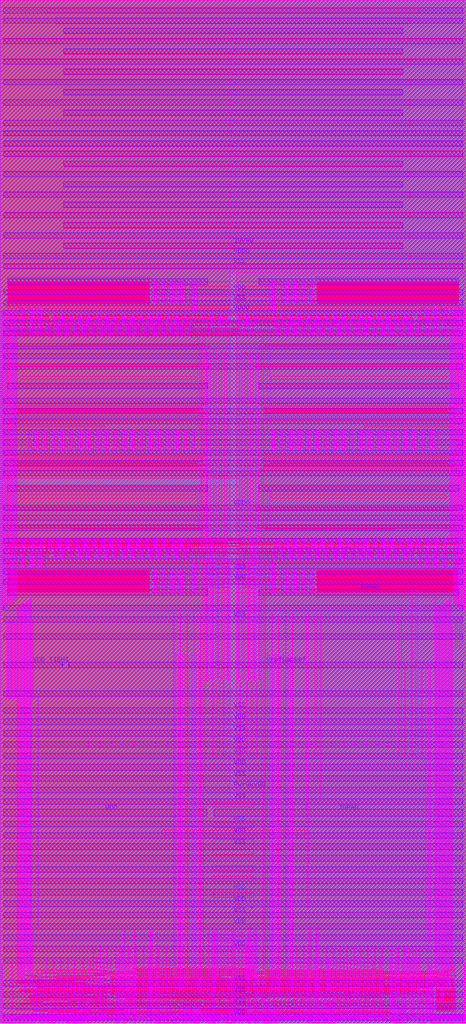
<source format=lef>
# LEF OUT API 
# Creation Date : Tue Apr 30 11:34:03 IST 2019
# 
VERSION 5.8 ;
BUSBITCHARS "[]" ;
DIVIDERCHAR "/" ;
MACRO dwc_ddrphy_se_io_ns
  CLASS BLOCK ;
  ORIGIN 0 0 ;
  FOREIGN dwc_ddrphy_se_io_ns 0 0 ;
  SYMMETRY X Y ;
  SIZE 41.04 BY 90 ;
  PIN TxStrenCodePU[1]
    DIRECTION INPUT ;
    USE SIGNAL ;
    ANTENNAPARTIALMETALAREA 0.1428419375 LAYER M5 ;
    ANTENNADIFFAREA 0 LAYER M5 ;
    ANTENNAMODEL OXIDE1 ;
      ANTENNAGATEAREA 0.003264 LAYER M5 ;
      ANTENNAMAXAREACAR 131.308 LAYER M5 ;
    PORT
      LAYER M5 ;
        RECT 17.442 0 17.518 0.114 ;
    END
  END TxStrenCodePU[1]
  PIN TxStrenCodePU[2]
    DIRECTION INPUT ;
    USE SIGNAL ;
    ANTENNAPARTIALMETALAREA 0.1812219375 LAYER M5 ;
    ANTENNADIFFAREA 0 LAYER M5 ;
    ANTENNAMODEL OXIDE1 ;
      ANTENNAGATEAREA 0.003264 LAYER M5 ;
      ANTENNAMAXAREACAR 128.392 LAYER M5 ;
    PORT
      LAYER M5 ;
        RECT 23.218 0 23.294 0.114 ;
    END
  END TxStrenCodePU[2]
  PIN TxStrenCodePU[3]
    DIRECTION INPUT ;
    USE SIGNAL ;
    ANTENNAPARTIALMETALAREA 0.14288 LAYER M5 ;
    ANTENNADIFFAREA 0 LAYER M5 ;
    ANTENNAMODEL OXIDE1 ;
      ANTENNAGATEAREA 0.003264 LAYER M5 ;
      ANTENNAMAXAREACAR 132.068 LAYER M5 ;
    PORT
      LAYER M5 ;
        RECT 16.682 0 16.758 0.114 ;
    END
  END TxStrenCodePU[3]
  PIN TxStrenCodePU[4]
    DIRECTION INPUT ;
    USE SIGNAL ;
    ANTENNAPARTIALMETALAREA 0.109212 LAYER M5 ;
    ANTENNADIFFAREA 0 LAYER M5 ;
    ANTENNAMODEL OXIDE1 ;
      ANTENNAGATEAREA 0 LAYER M5 ;
      ANTENNAMAXAREACAR 0 LAYER M5 ;
    PORT
      LAYER M5 ;
        RECT 23.066 0 23.142 0.114 ;
    END
  END TxStrenCodePU[4]
  PIN TxStrenCodePU[5]
    DIRECTION INPUT ;
    USE SIGNAL ;
    ANTENNAPARTIALMETALAREA 0.109212 LAYER M5 ;
    ANTENNADIFFAREA 0 LAYER M5 ;
    ANTENNAMODEL OXIDE1 ;
      ANTENNAGATEAREA 0 LAYER M5 ;
      ANTENNAMAXAREACAR 0 LAYER M5 ;
    PORT
      LAYER M5 ;
        RECT 16.986 0 17.062 0.114 ;
    END
  END TxStrenCodePU[5]
  PIN TxStrenCodePU[6]
    DIRECTION INPUT ;
    USE SIGNAL ;
    ANTENNAPARTIALMETALAREA 0.109212 LAYER M5 ;
    ANTENNADIFFAREA 0 LAYER M5 ;
    ANTENNAMODEL OXIDE1 ;
      ANTENNAGATEAREA 0 LAYER M5 ;
      ANTENNAMAXAREACAR 0 LAYER M5 ;
    PORT
      LAYER M5 ;
        RECT 24.282 0 24.358 0.114 ;
    END
  END TxStrenCodePU[6]
  PIN TxStrenCodePU[7]
    DIRECTION INPUT ;
    USE SIGNAL ;
    ANTENNAPARTIALMETALAREA 0.109212 LAYER M5 ;
    ANTENNADIFFAREA 0 LAYER M5 ;
    ANTENNAMODEL OXIDE1 ;
      ANTENNAGATEAREA 0 LAYER M5 ;
      ANTENNAMAXAREACAR 0 LAYER M5 ;
    PORT
      LAYER M5 ;
        RECT 16.834 0 16.91 0.114 ;
    END
  END TxStrenCodePU[7]
  PIN ZQCalCodePD[0]
    DIRECTION INPUT ;
    USE SIGNAL ;
    ANTENNAPARTIALMETALAREA 0.087932 LAYER M5 ;
    ANTENNADIFFAREA 0 LAYER M5 ;
    ANTENNAMODEL OXIDE1 ;
      ANTENNAGATEAREA 0.000608 LAYER M5 ;
      ANTENNAMAXAREACAR 398.009 LAYER M5 ;
    PORT
      LAYER M5 ;
        RECT 38.418 0 38.494 0.114 ;
    END
  END ZQCalCodePD[0]
  PIN TxSlewPU[1]
    DIRECTION INPUT ;
    USE SIGNAL ;
    ANTENNAPARTIALMETALAREA 0.0857659375 LAYER M5 ;
    ANTENNADIFFAREA 0 LAYER M5 ;
    ANTENNAMODEL OXIDE1 ;
      ANTENNAGATEAREA 0.000608 LAYER M5 ;
      ANTENNAMAXAREACAR 3326.87 LAYER M5 ;
    PORT
      LAYER M5 ;
        RECT 15.466 0 15.542 0.114 ;
    END
  END TxSlewPU[1]
  PIN TxSlewPU[2]
    DIRECTION INPUT ;
    USE SIGNAL ;
    ANTENNAPARTIALMETALAREA 0.0857659375 LAYER M5 ;
    ANTENNADIFFAREA 0 LAYER M5 ;
    ANTENNAMODEL OXIDE1 ;
      ANTENNAGATEAREA 0.000608 LAYER M5 ;
      ANTENNAMAXAREACAR 3249.46 LAYER M5 ;
    PORT
      LAYER M5 ;
        RECT 15.314 0 15.39 0.114 ;
    END
  END TxSlewPU[2]
  PIN TxSlewPU[3]
    DIRECTION INPUT ;
    USE SIGNAL ;
    ANTENNAPARTIALMETALAREA 0.0857659375 LAYER M5 ;
    ANTENNADIFFAREA 0 LAYER M5 ;
    ANTENNAMODEL OXIDE1 ;
      ANTENNAGATEAREA 0.000608 LAYER M5 ;
      ANTENNAMAXAREACAR 2778 LAYER M5 ;
    PORT
      LAYER M5 ;
        RECT 15.162 0 15.238 0.114 ;
    END
  END TxSlewPU[3]
  PIN TxSlewPD[0]
    DIRECTION INPUT ;
    USE SIGNAL ;
    ANTENNAPARTIALMETALAREA 0.0857659375 LAYER M5 ;
    ANTENNADIFFAREA 0 LAYER M5 ;
    ANTENNAMODEL OXIDE1 ;
      ANTENNAGATEAREA 0 LAYER M5 ;
      ANTENNAMAXAREACAR 0 LAYER M5 ;
    PORT
      LAYER M5 ;
        RECT 14.706 0 14.782 0.114 ;
    END
  END TxSlewPD[0]
  PIN TxSlewPD[2]
    DIRECTION INPUT ;
    USE SIGNAL ;
    ANTENNAPARTIALMETALAREA 0.0857659375 LAYER M5 ;
    ANTENNADIFFAREA 0 LAYER M5 ;
    ANTENNAMODEL OXIDE1 ;
      ANTENNAGATEAREA 0 LAYER M5 ;
      ANTENNAMAXAREACAR 0 LAYER M5 ;
    PORT
      LAYER M5 ;
        RECT 14.098 0 14.174 0.114 ;
    END
  END TxSlewPD[2]
  PIN TxSlewPD[1]
    DIRECTION INPUT ;
    USE SIGNAL ;
    ANTENNAPARTIALMETALAREA 0.0857659375 LAYER M5 ;
    ANTENNADIFFAREA 0 LAYER M5 ;
    ANTENNAMODEL OXIDE1 ;
      ANTENNAGATEAREA 0.000608 LAYER M5 ;
      ANTENNAMAXAREACAR 3446.17 LAYER M5 ;
    PORT
      LAYER M5 ;
        RECT 14.402 0 14.478 0.114 ;
    END
  END TxSlewPD[1]
  PIN TxSlewPD[3]
    DIRECTION INPUT ;
    USE SIGNAL ;
    ANTENNAPARTIALMETALAREA 0.0857659375 LAYER M5 ;
    ANTENNADIFFAREA 0 LAYER M5 ;
    ANTENNAMODEL OXIDE1 ;
      ANTENNAGATEAREA 0 LAYER M5 ;
      ANTENNAMAXAREACAR 0 LAYER M5 ;
    PORT
      LAYER M5 ;
        RECT 13.946 0 14.022 0.114 ;
    END
  END TxSlewPD[3]
  PIN TxBypassDataInt
    DIRECTION INPUT ;
    USE SIGNAL ;
    ANTENNAPARTIALMETALAREA 0.070452 LAYER M5 ;
    ANTENNADIFFAREA 0 LAYER M5 ;
    ANTENNAMODEL OXIDE1 ;
      ANTENNAGATEAREA 0.002176 LAYER M5 ;
      ANTENNAMAXAREACAR 178.313 LAYER M5 ;
    PORT
      LAYER M5 ;
        RECT 5.738 0 5.814 0.114 ;
    END
  END TxBypassDataInt
  PIN TxModeCtl[0]
    DIRECTION INPUT ;
    USE SIGNAL ;
    ANTENNAPARTIALMETALAREA 0.2177399375 LAYER M5 ;
    ANTENNADIFFAREA 0 LAYER M5 ;
    ANTENNAMODEL OXIDE1 ;
      ANTENNAGATEAREA 0.000608 LAYER M5 ;
      ANTENNAMAXAREACAR 843.974 LAYER M5 ;
    PORT
      LAYER M5 ;
        RECT 10.298 0 10.374 0.114 ;
    END
  END TxModeCtl[0]
  PIN RxModeCtl[3]
    DIRECTION INPUT ;
    USE SIGNAL ;
    ANTENNAPARTIALMETALAREA 0.634144 LAYER M5 ;
    ANTENNADIFFAREA 0 LAYER M5 ;
    ANTENNAMODEL OXIDE1 ;
      ANTENNAGATEAREA 0 LAYER M5 ;
      ANTENNAMAXAREACAR 0 LAYER M5 ;
    PORT
      LAYER M5 ;
        RECT 10.906 0 10.982 0.114 ;
    END
  END RxModeCtl[3]
  PIN RxModeCtl[2]
    DIRECTION INPUT ;
    USE SIGNAL ;
    ANTENNAPARTIALMETALAREA 0.634144 LAYER M5 ;
    ANTENNADIFFAREA 0 LAYER M5 ;
    ANTENNAMODEL OXIDE1 ;
      ANTENNAGATEAREA 0 LAYER M5 ;
      ANTENNAMAXAREACAR 0 LAYER M5 ;
    PORT
      LAYER M5 ;
        RECT 11.818 0 11.894 0.114 ;
    END
  END RxModeCtl[2]
  PIN RxModeCtl[1]
    DIRECTION INPUT ;
    USE SIGNAL ;
    ANTENNAPARTIALMETALAREA 1.78668 LAYER M5 ;
    ANTENNADIFFAREA 0 LAYER M5 ;
    ANTENNAMODEL OXIDE1 ;
      ANTENNAGATEAREA 0.03488 LAYER M5 ;
      ANTENNAMAXAREACAR 56.937 LAYER M5 ;
    PORT
      LAYER M5 ;
        RECT 2.85 0 2.926 0.114 ;
    END
  END RxModeCtl[1]
  PIN RxModeCtl[0]
    DIRECTION INPUT ;
    USE SIGNAL ;
    ANTENNAPARTIALMETALAREA 0.643492 LAYER M5 ;
    ANTENNADIFFAREA 0 LAYER M5 ;
    ANTENNAMODEL OXIDE1 ;
      ANTENNAGATEAREA 0.001216 LAYER M5 ;
      ANTENNAMAXAREACAR 767.321 LAYER M5 ;
    PORT
      LAYER M5 ;
        RECT 21.242 0 21.318 0.114 ;
    END
  END RxModeCtl[0]
  PIN PwrOkVDD
    DIRECTION INPUT ;
    USE SIGNAL ;
    ANTENNAPARTIALMETALAREA 20.22 LAYER M6 ;
    ANTENNADIFFAREA 0.02048 LAYER M6 ;
    ANTENNAMODEL OXIDE1 ;
      ANTENNAGATEAREA 0.026016 LAYER M6 ;
      ANTENNAMAXAREACAR 1330.53 LAYER M6 ;
    PORT
      LAYER M6 ;
        RECT 0.3 20.27 40.74 20.77 ;
    END
  END PwrOkVDD
  PIN TxBypassDataExt
    DIRECTION INPUT ;
    USE SIGNAL ;
    ANTENNAPARTIALMETALAREA 0.105146 LAYER M5 ;
    ANTENNADIFFAREA 0 LAYER M5 ;
    ANTENNAMODEL OXIDE1 ;
      ANTENNAGATEAREA 0.002176 LAYER M5 ;
      ANTENNAMAXAREACAR 169.218 LAYER M5 ;
    PORT
      LAYER M5 ;
        RECT 5.434 0 5.51 0.114 ;
    END
  END TxBypassDataExt
  PIN RxDfe1ClkC
    DIRECTION OUTPUT ;
    USE SIGNAL ;
    ANTENNAPARTIALMETALAREA 0.692208 LAYER M5 ;
    ANTENNADIFFAREA 0.0074479375 LAYER M5 ;
    ANTENNAMODEL OXIDE1 ;
      ANTENNAGATEAREA 0 LAYER M5 ;
      ANTENNAMAXAREACAR 0 LAYER M5 ;
    PORT
      LAYER M5 ;
        RECT 20.33 0 20.406 0.114 ;
    END
  END RxDfe1ClkC
  PIN RxDfe1ClkT
    DIRECTION OUTPUT ;
    USE SIGNAL ;
    ANTENNAPARTIALMETALAREA 0.680048 LAYER M5 ;
    ANTENNADIFFAREA 0.0074479375 LAYER M5 ;
    ANTENNAMODEL OXIDE1 ;
      ANTENNAGATEAREA 0 LAYER M5 ;
      ANTENNAMAXAREACAR 0 LAYER M5 ;
    PORT
      LAYER M5 ;
        RECT 22.61 0 22.686 0.114 ;
    END
  END RxDfe1ClkT
  PIN RxDfe0ClkT
    DIRECTION OUTPUT ;
    USE SIGNAL ;
    ANTENNAPARTIALMETALAREA 0.692208 LAYER M5 ;
    ANTENNADIFFAREA 0.0074479375 LAYER M5 ;
    ANTENNAMODEL OXIDE1 ;
      ANTENNAGATEAREA 0 LAYER M5 ;
      ANTENNAMAXAREACAR 0 LAYER M5 ;
    PORT
      LAYER M5 ;
        RECT 19.114 0 19.19 0.114 ;
    END
  END RxDfe0ClkT
  PIN RxDfe1DataClkT
    DIRECTION OUTPUT ;
    USE SIGNAL ;
    ANTENNAPARTIALMETALAREA 0.670092 LAYER M5 ;
    ANTENNADIFFAREA 0.0074479375 LAYER M5 ;
    ANTENNAMODEL OXIDE1 ;
      ANTENNAGATEAREA 0 LAYER M5 ;
      ANTENNAMAXAREACAR 0 LAYER M5 ;
    PORT
      LAYER M5 ;
        RECT 27.778 0 27.854 0.114 ;
    END
  END RxDfe1DataClkT
  PIN RxDfe0DataClkT
    DIRECTION OUTPUT ;
    USE SIGNAL ;
    ANTENNAPARTIALMETALAREA 0.670092 LAYER M5 ;
    ANTENNADIFFAREA 0.0074479375 LAYER M5 ;
    ANTENNAMODEL OXIDE1 ;
      ANTENNAGATEAREA 0 LAYER M5 ;
      ANTENNAMAXAREACAR 0 LAYER M5 ;
    PORT
      LAYER M5 ;
        RECT 13.186 0 13.262 0.114 ;
    END
  END RxDfe0DataClkT
  PIN OdtEn
    DIRECTION INPUT ;
    USE SIGNAL ;
    ANTENNAPARTIALMETALAREA 0.106628 LAYER M5 ;
    ANTENNADIFFAREA 0 LAYER M5 ;
    ANTENNAMODEL OXIDE1 ;
      ANTENNAGATEAREA 0.000608 LAYER M5 ;
      ANTENNAMAXAREACAR 584.311 LAYER M5 ;
    PORT
      LAYER M5 ;
        RECT 4.826 0 4.902 0.114 ;
    END
  END OdtEn
  PIN RxBypassData[2]
    DIRECTION OUTPUT ;
    USE SIGNAL ;
    ANTENNAPARTIALMETALAREA 0.692208 LAYER M5 ;
    ANTENNADIFFAREA 0.0037239375 LAYER M5 ;
    ANTENNAMODEL OXIDE1 ;
      ANTENNAGATEAREA 0 LAYER M5 ;
      ANTENNAMAXAREACAR 0 LAYER M5 ;
    PORT
      LAYER M5 ;
        RECT 27.474 0 27.55 0.114 ;
    END
  END RxBypassData[2]
  PIN RxBypassData[3]
    DIRECTION OUTPUT ;
    USE SIGNAL ;
    ANTENNAPARTIALMETALAREA 0.692208 LAYER M5 ;
    ANTENNADIFFAREA 0.0037239375 LAYER M5 ;
    ANTENNAMODEL OXIDE1 ;
      ANTENNAGATEAREA 0 LAYER M5 ;
      ANTENNAMAXAREACAR 0 LAYER M5 ;
    PORT
      LAYER M5 ;
        RECT 28.082 0 28.158 0.114 ;
    END
  END RxBypassData[3]
  PIN RxBypassRcvEn
    DIRECTION INPUT ;
    USE SIGNAL ;
    ANTENNAPARTIALMETALAREA 0.692208 LAYER M5 ;
    ANTENNADIFFAREA 0 LAYER M5 ;
    ANTENNAMODEL OXIDE1 ;
      ANTENNAGATEAREA 0.002432 LAYER M5 ;
      ANTENNAMAXAREACAR 748.255 LAYER M5 ;
    PORT
      LAYER M5 ;
        RECT 20.482 0 20.558 0.114 ;
    END
  END RxBypassRcvEn
  PIN TxBypassModeInt
    DIRECTION INPUT ;
    USE SIGNAL ;
    ANTENNAPARTIALMETALAREA 0.095228 LAYER M5 ;
    ANTENNADIFFAREA 0 LAYER M5 ;
    ANTENNAMODEL OXIDE1 ;
      ANTENNAGATEAREA 0.000608 LAYER M5 ;
      ANTENNAMAXAREACAR 448.218 LAYER M5 ;
    PORT
      LAYER M5 ;
        RECT 3.61 0 3.686 0.114 ;
    END
  END TxBypassModeInt
  PIN IOPAD
    DIRECTION INOUT ;
    USE SIGNAL ;
    ANTENNAPARTIALMETALAREA 13.1502 LAYER M6 ;
    ANTENNADIFFAREA 0 LAYER M6 ;
    ANTENNAMODEL OXIDE1 ;
      ANTENNAGATEAREA 0 LAYER M6 ;
      ANTENNAMAXAREACAR 11.0233 LAYER M6 ;
    PORT
      LAYER M6 ;
        RECT 18.823 18.22 40.74 18.82 ;
    END
    PORT
      LAYER M6 ;
        RECT 5.601 87.075 35.439 87.525 ;
        RECT 5.601 85.275 35.439 85.725 ;
        RECT 5.601 83.475 35.439 83.925 ;
        RECT 5.601 81.675 35.439 82.125 ;
        RECT 5.601 79.875 35.439 80.325 ;
        RECT 5.601 75.375 35.439 75.825 ;
        RECT 5.601 73.575 35.439 74.025 ;
        RECT 5.601 71.775 35.439 72.225 ;
        RECT 5.601 69.975 35.439 70.425 ;
        RECT 5.601 68.175 35.439 68.625 ;
    END
    PORT
      LAYER M6 ;
        RECT 22.7705 64.975 40.385 65.475 ;
        RECT 22.7705 55.825 40.385 56.325 ;
        RECT 0.655 55.825 18.2695 56.325 ;
        RECT 22.7705 46.815 40.385 47.315 ;
        RECT 0.655 46.815 18.2695 47.315 ;
        RECT 0.655 37.665 18.2695 38.165 ;
        RECT 0.655 64.975 18.2695 65.475 ;
        RECT 22.7705 37.665 40.385 38.165 ;
    END
  END IOPAD
  PIN TxBypassModeExt
    DIRECTION INPUT ;
    USE SIGNAL ;
    ANTENNAPARTIALMETALAREA 0.086868 LAYER M5 ;
    ANTENNADIFFAREA 0 LAYER M5 ;
    ANTENNAMODEL OXIDE1 ;
      ANTENNAGATEAREA 0.001216 LAYER M5 ;
      ANTENNAMAXAREACAR 199.05 LAYER M5 ;
    PORT
      LAYER M5 ;
        RECT 3.762 0 3.838 0.114 ;
    END
  END TxBypassModeExt
  PIN TxBypassOEExt
    DIRECTION INPUT ;
    USE SIGNAL ;
    ANTENNAPARTIALMETALAREA 0.335578 LAYER M5 ;
    ANTENNADIFFAREA 0 LAYER M5 ;
    ANTENNAMODEL OXIDE1 ;
      ANTENNAGATEAREA 0.002176 LAYER M5 ;
      ANTENNAMAXAREACAR 195.969 LAYER M5 ;
    PORT
      LAYER M5 ;
        RECT 6.65 0 6.726 0.114 ;
    END
  END TxBypassOEExt
  PIN TxBypassOEInt
    DIRECTION INPUT ;
    USE SIGNAL ;
    ANTENNAPARTIALMETALAREA 0.335844 LAYER M5 ;
    ANTENNADIFFAREA 0 LAYER M5 ;
    ANTENNAMODEL OXIDE1 ;
      ANTENNAGATEAREA 0.002176 LAYER M5 ;
      ANTENNAMAXAREACAR 198.575 LAYER M5 ;
    PORT
      LAYER M5 ;
        RECT 6.042 0 6.118 0.114 ;
    END
  END TxBypassOEInt
  PIN ZQCalCodePD[1]
    DIRECTION INPUT ;
    USE SIGNAL ;
    ANTENNAPARTIALMETALAREA 0.0970519375 LAYER M5 ;
    ANTENNADIFFAREA 0 LAYER M5 ;
    ANTENNAMODEL OXIDE1 ;
      ANTENNAGATEAREA 0.000608 LAYER M5 ;
      ANTENNAMAXAREACAR 416.287 LAYER M5 ;
    PORT
      LAYER M5 ;
        RECT 38.57 0 38.646 0.114 ;
    END
  END ZQCalCodePD[1]
  PIN ZQCalCodePD[2]
    DIRECTION INPUT ;
    USE SIGNAL ;
    ANTENNAPARTIALMETALAREA 0.1244119375 LAYER M5 ;
    ANTENNADIFFAREA 0 LAYER M5 ;
    ANTENNAMODEL OXIDE1 ;
      ANTENNAGATEAREA 0.000608 LAYER M5 ;
      ANTENNAMAXAREACAR 456.003 LAYER M5 ;
    PORT
      LAYER M5 ;
        RECT 38.722 0 38.798 0.114 ;
    END
  END ZQCalCodePD[2]
  PIN ZQCalCodePD[3]
    DIRECTION INPUT ;
    USE SIGNAL ;
    ANTENNAPARTIALMETALAREA 0.133532 LAYER M5 ;
    ANTENNADIFFAREA 0 LAYER M5 ;
    ANTENNAMODEL OXIDE1 ;
      ANTENNAGATEAREA 0.000608 LAYER M5 ;
      ANTENNAMAXAREACAR 476.044 LAYER M5 ;
    PORT
      LAYER M5 ;
        RECT 38.874 0 38.95 0.114 ;
    END
  END ZQCalCodePD[3]
  PIN ZQCalCodePD[4]
    DIRECTION INPUT ;
    USE SIGNAL ;
    ANTENNAPARTIALMETALAREA 0.160892 LAYER M5 ;
    ANTENNADIFFAREA 0 LAYER M5 ;
    ANTENNAMODEL OXIDE1 ;
      ANTENNAGATEAREA 0.000608 LAYER M5 ;
      ANTENNAMAXAREACAR 516.246 LAYER M5 ;
    PORT
      LAYER M5 ;
        RECT 39.026 0 39.102 0.114 ;
    END
  END ZQCalCodePD[4]
  PIN ZQCalCodePD[5]
    DIRECTION INPUT ;
    USE SIGNAL ;
    ANTENNAPARTIALMETALAREA 0.170012 LAYER M5 ;
    ANTENNADIFFAREA 0 LAYER M5 ;
    ANTENNAMODEL OXIDE1 ;
      ANTENNAGATEAREA 0.000608 LAYER M5 ;
      ANTENNAMAXAREACAR 536.044 LAYER M5 ;
    PORT
      LAYER M5 ;
        RECT 39.178 0 39.254 0.114 ;
    END
  END ZQCalCodePD[5]
  PIN ZQCalCodePD[6]
    DIRECTION INPUT ;
    USE SIGNAL ;
    ANTENNAPARTIALMETALAREA 0.197372 LAYER M5 ;
    ANTENNADIFFAREA 0 LAYER M5 ;
    ANTENNAMODEL OXIDE1 ;
      ANTENNAGATEAREA 0.000608 LAYER M5 ;
      ANTENNAMAXAREACAR 564.799 LAYER M5 ;
    PORT
      LAYER M5 ;
        RECT 39.33 0 39.406 0.114 ;
    END
  END ZQCalCodePD[6]
  PIN ZQCalCodePD[7]
    DIRECTION INPUT ;
    USE SIGNAL ;
    ANTENNAPARTIALMETALAREA 0.206492 LAYER M5 ;
    ANTENNADIFFAREA 0 LAYER M5 ;
    ANTENNAMODEL OXIDE1 ;
      ANTENNAGATEAREA 0.000608 LAYER M5 ;
      ANTENNAMAXAREACAR 596.105 LAYER M5 ;
    PORT
      LAYER M5 ;
        RECT 39.482 0 39.558 0.114 ;
    END
  END ZQCalCodePD[7]
  PIN ZQCalCodePD[8]
    DIRECTION INPUT ;
    USE SIGNAL ;
    ANTENNAPARTIALMETALAREA 0.233852 LAYER M5 ;
    ANTENNADIFFAREA 0 LAYER M5 ;
    ANTENNAMODEL OXIDE1 ;
      ANTENNAGATEAREA 0.000608 LAYER M5 ;
      ANTENNAMAXAREACAR 624.482 LAYER M5 ;
    PORT
      LAYER M5 ;
        RECT 39.634 0 39.71 0.114 ;
    END
  END ZQCalCodePD[8]
  PIN ZQCalCodePU[0]
    DIRECTION INPUT ;
    USE SIGNAL ;
    ANTENNAPARTIALMETALAREA 0.278084 LAYER M5 ;
    ANTENNADIFFAREA 0 LAYER M5 ;
    ANTENNAMODEL OXIDE1 ;
      ANTENNAGATEAREA 0.000608 LAYER M5 ;
      ANTENNAMAXAREACAR 1182.48 LAYER M5 ;
    PORT
      LAYER M5 ;
        RECT 1.482 0 1.558 0.114 ;
    END
  END ZQCalCodePU[0]
  PIN ZQCalCodePU[1]
    DIRECTION INPUT ;
    USE SIGNAL ;
    ANTENNAPARTIALMETALAREA 0.259844 LAYER M5 ;
    ANTENNADIFFAREA 0 LAYER M5 ;
    ANTENNAMODEL OXIDE1 ;
      ANTENNAGATEAREA 0.000608 LAYER M5 ;
      ANTENNAMAXAREACAR 1197.79 LAYER M5 ;
    PORT
      LAYER M5 ;
        RECT 1.634 0 1.71 0.114 ;
    END
  END ZQCalCodePU[1]
  PIN ZQCalCodePU[2]
    DIRECTION INPUT ;
    USE SIGNAL ;
    ANTENNAPARTIALMETALAREA 0.223364 LAYER M5 ;
    ANTENNADIFFAREA 0 LAYER M5 ;
    ANTENNAMODEL OXIDE1 ;
      ANTENNAGATEAREA 0.000608 LAYER M5 ;
      ANTENNAMAXAREACAR 1232.4 LAYER M5 ;
    PORT
      LAYER M5 ;
        RECT 1.786 0 1.862 0.114 ;
    END
  END ZQCalCodePU[2]
  PIN ZQCalCodePU[3]
    DIRECTION INPUT ;
    USE SIGNAL ;
    ANTENNAPARTIALMETALAREA 0.132164 LAYER M5 ;
    ANTENNADIFFAREA 0 LAYER M5 ;
    ANTENNAMODEL OXIDE1 ;
      ANTENNAGATEAREA 0.000608 LAYER M5 ;
      ANTENNAMAXAREACAR 779.21 LAYER M5 ;
    PORT
      LAYER M5 ;
        RECT 1.938 0 2.014 0.114 ;
    END
  END ZQCalCodePU[3]
  PIN ZQCalCodePU[4]
    DIRECTION INPUT ;
    USE SIGNAL ;
    ANTENNAPARTIALMETALAREA 0.159524 LAYER M5 ;
    ANTENNADIFFAREA 0 LAYER M5 ;
    ANTENNAMODEL OXIDE1 ;
      ANTENNAGATEAREA 0.000608 LAYER M5 ;
      ANTENNAMAXAREACAR 802.78 LAYER M5 ;
    PORT
      LAYER M5 ;
        RECT 2.09 0 2.166 0.114 ;
    END
  END ZQCalCodePU[4]
  PIN ZQCalCodePU[5]
    DIRECTION INPUT ;
    USE SIGNAL ;
    ANTENNAPARTIALMETALAREA 0.323684 LAYER M5 ;
    ANTENNADIFFAREA 0 LAYER M5 ;
    ANTENNAMODEL OXIDE1 ;
      ANTENNAGATEAREA 0.000608 LAYER M5 ;
      ANTENNAMAXAREACAR 1073.89 LAYER M5 ;
    PORT
      LAYER M5 ;
        RECT 2.242 0 2.318 0.114 ;
    END
  END ZQCalCodePU[5]
  PIN ZQCalCodePU[6]
    DIRECTION INPUT ;
    USE SIGNAL ;
    ANTENNAPARTIALMETALAREA 0.2963239375 LAYER M5 ;
    ANTENNADIFFAREA 0 LAYER M5 ;
    ANTENNAMODEL OXIDE1 ;
      ANTENNAGATEAREA 0.000608 LAYER M5 ;
      ANTENNAMAXAREACAR 1155.57 LAYER M5 ;
    PORT
      LAYER M5 ;
        RECT 2.394 0 2.47 0.114 ;
    END
  END ZQCalCodePU[6]
  PIN ZQCalCodePU[7]
    DIRECTION INPUT ;
    USE SIGNAL ;
    ANTENNAPARTIALMETALAREA 0.186884 LAYER M5 ;
    ANTENNADIFFAREA 0 LAYER M5 ;
    ANTENNAMODEL OXIDE1 ;
      ANTENNAGATEAREA 0.000608 LAYER M5 ;
      ANTENNAMAXAREACAR 925.747 LAYER M5 ;
    PORT
      LAYER M5 ;
        RECT 2.546 0 2.622 0.114 ;
    END
  END ZQCalCodePU[7]
  PIN ZQCalCodePU[8]
    DIRECTION INPUT ;
    USE SIGNAL ;
    ANTENNAPARTIALMETALAREA 0.1686439375 LAYER M5 ;
    ANTENNADIFFAREA 0 LAYER M5 ;
    ANTENNAMODEL OXIDE1 ;
      ANTENNAGATEAREA 0.000608 LAYER M5 ;
      ANTENNAMAXAREACAR 1029.45 LAYER M5 ;
    PORT
      LAYER M5 ;
        RECT 2.698 0 2.774 0.114 ;
    END
  END ZQCalCodePU[8]
  PIN VDD
    DIRECTION INPUT ;
    USE POWER ;
    PORT
      LAYER M6 ;
        RECT 0.3 22.27 40.74 22.77 ;
    END
    PORT
      LAYER M6 ;
        RECT 0.3 18.22 18.196 18.82 ;
    END
    PORT
      LAYER M6 ;
        RECT 0.3 16.27 40.74 16.77 ;
    END
    PORT
      LAYER M6 ;
        RECT 0.3 14.27 40.74 14.77 ;
        RECT 0.3 10.27 40.74 10.77 ;
    END
    PORT
      LAYER M6 ;
        RECT 0.3 12.27 40.74 12.77 ;
        RECT 0.3 8.27 40.74 8.77 ;
    END
    PORT
      LAYER M6 ;
        RECT 0.3 64.075 40.74 64.525 ;
    END
    PORT
      LAYER M6 ;
        RECT 0.3 6.27 40.74 6.77 ;
    END
    PORT
      LAYER M6 ;
        RECT 0.3 2.27 40.74 2.77 ;
    END
    PORT
      LAYER M6 ;
        RECT 0.3 0.27 40.74 0.77 ;
    END
    PORT
      LAYER M6 ;
        RECT 0.3 61.375 40.74 61.825 ;
        RECT 0.3 51.765 40.74 52.215 ;
        RECT 0.3 41.315 40.74 41.765 ;
        RECT 0.3 38.615 40.74 39.065 ;
    END
    PORT
      LAYER M6 ;
        RECT 0.3 26.27 40.74 26.77 ;
    END
    PORT
      LAYER M6 ;
        RECT 0.3 24.27 40.74 24.77 ;
    END
  END VDD
  PIN VDDQ
    DIRECTION INPUT ;
    USE POWER ;
    PORT
      LAYER M6 ;
        RECT 0.3 88.875 40.74 89.325 ;
        RECT 0.3 78.075 40.74 78.525 ;
        RECT 0.3 76.275 40.74 76.725 ;
        RECT 0.3 74.475 40.74 74.925 ;
        RECT 0.3 72.675 40.74 73.125 ;
        RECT 0.3 70.875 40.74 71.325 ;
        RECT 0.3 69.075 40.74 69.525 ;
        RECT 0.3 67.273 40.74 67.723 ;
    END
    PORT
      LAYER M6 ;
        RECT 0.3 59.348 40.74 59.798 ;
        RECT 0.3 57.548 40.74 57.998 ;
        RECT 0.3 54.525 40.74 54.975 ;
        RECT 0.3 52.725 40.74 53.175 ;
        RECT 0.3 49.965 40.74 50.415 ;
        RECT 0.3 48.165 40.74 48.615 ;
        RECT 0.3 43.342 40.74 43.792 ;
        RECT 0.3 40.415 40.74 40.865 ;
        RECT 0.3 62.275 40.74 62.725 ;
    END
    PORT
      LAYER M6 ;
        RECT 0.3 36.27 40.74 36.77 ;
        RECT 0.3 45.142 40.74 45.592 ;
    END
  END VDDQ
  PIN VSS
    DIRECTION INPUT ;
    USE GROUND ;
    PORT
      LAYER M6 ;
        RECT 0.3 21.27 40.74 21.77 ;
    END
    PORT
      LAYER M6 ;
        RECT 0.3 17.27 40.74 17.77 ;
    END
    PORT
      LAYER M6 ;
        RECT 0.3 15.27 40.74 15.77 ;
    END
    PORT
      LAYER M6 ;
        RECT 0.3 13.27 40.74 13.77 ;
        RECT 0.3 9.27 40.74 9.77 ;
    END
    PORT
      LAYER M6 ;
        RECT 0.3 87.975 40.74 88.425 ;
        RECT 0.3 86.175 40.74 86.625 ;
        RECT 0.3 84.375 40.74 84.825 ;
        RECT 0.3 82.575 40.74 83.025 ;
        RECT 0.3 80.775 40.74 81.225 ;
        RECT 0.3 78.975 40.74 79.425 ;
        RECT 0.3 77.175 40.74 77.625 ;
        RECT 0.3 66.373 40.74 66.823 ;
    END
    PORT
      LAYER M6 ;
        RECT 0.3 63.175 40.74 63.625 ;
    END
    PORT
      LAYER M6 ;
        RECT 0.3 11.27 40.74 11.77 ;
    END
    PORT
      LAYER M6 ;
        RECT 0.3 7.27 40.74 7.77 ;
        RECT 0.3 5.27 40.74 5.77 ;
        RECT 0.3 3.27 40.74 3.77 ;
    END
    PORT
      LAYER M6 ;
        RECT 0.3 1.27 40.74 1.77 ;
    END
    PORT
      LAYER M6 ;
        RECT 0.3 60.475 40.74 60.925 ;
        RECT 0.3 58.448 40.74 58.898 ;
        RECT 0.3 53.625 40.74 54.075 ;
        RECT 0.3 50.865 40.74 51.315 ;
        RECT 0.3 49.065 40.74 49.515 ;
        RECT 0.3 44.242 40.74 44.692 ;
        RECT 0.3 42.215 40.74 42.665 ;
        RECT 0.3 39.515 40.74 39.965 ;
    END
    PORT
      LAYER M6 ;
        RECT 0.3 33.77 40.74 34.27 ;
        RECT 0.3 28.77 40.74 29.27 ;
        RECT 0.3 35.27 40.74 35.77 ;
    END
    PORT
      LAYER M6 ;
        RECT 0.3 27.27 40.74 27.77 ;
    END
    PORT
      LAYER M6 ;
        RECT 0.3 25.27 40.74 25.77 ;
    END
    PORT
      LAYER M6 ;
        RECT 0.3 23.27 40.74 23.77 ;
    END
    PORT
      LAYER M6 ;
        RECT 0.3 19.27 40.74 19.77 ;
    END
  END VSS
  PIN CoreLoopBackMode
    DIRECTION INPUT ;
    USE SIGNAL ;
    ANTENNAPARTIALMETALAREA 0.647748 LAYER M5 ;
    ANTENNADIFFAREA 0 LAYER M5 ;
    ANTENNAMODEL OXIDE1 ;
      ANTENNAGATEAREA 0.001696 LAYER M5 ;
      ANTENNAMAXAREACAR 1132.27 LAYER M5 ;
    PORT
      LAYER M5 ;
        RECT 21.85 0 21.926 0.114 ;
    END
  END CoreLoopBackMode
  PIN RxDfe0ClkC
    DIRECTION OUTPUT ;
    USE SIGNAL ;
    ANTENNAPARTIALMETALAREA 0.642048 LAYER M5 ;
    ANTENNADIFFAREA 0.0074479375 LAYER M5 ;
    ANTENNAMODEL OXIDE1 ;
      ANTENNAGATEAREA 0 LAYER M5 ;
      ANTENNAMAXAREACAR 0 LAYER M5 ;
    PORT
      LAYER M5 ;
        RECT 18.354 0 18.43 0.114 ;
    END
  END RxDfe0ClkC
  PIN RxDfe1DataClkC
    DIRECTION OUTPUT ;
    USE SIGNAL ;
    ANTENNAPARTIALMETALAREA 0.670092 LAYER M5 ;
    ANTENNADIFFAREA 0.0074479375 LAYER M5 ;
    ANTENNAMODEL OXIDE1 ;
      ANTENNAGATEAREA 0 LAYER M5 ;
      ANTENNAMAXAREACAR 0 LAYER M5 ;
    PORT
      LAYER M5 ;
        RECT 27.17 0 27.246 0.114 ;
    END
  END RxDfe1DataClkC
  PIN RxDfe0DataClkC
    DIRECTION OUTPUT ;
    USE SIGNAL ;
    ANTENNAPARTIALMETALAREA 0.670092 LAYER M5 ;
    ANTENNADIFFAREA 0.0074479375 LAYER M5 ;
    ANTENNAMODEL OXIDE1 ;
      ANTENNAGATEAREA 0 LAYER M5 ;
      ANTENNAMAXAREACAR 0 LAYER M5 ;
    PORT
      LAYER M5 ;
        RECT 13.794 0 13.87 0.114 ;
    END
  END RxDfe0DataClkC
  PIN RxBypassDataPad
    DIRECTION OUTPUT ;
    USE SIGNAL ;
    ANTENNAPARTIALMETALAREA 0.667888 LAYER M5 ;
    ANTENNADIFFAREA 0.0148959375 LAYER M5 ;
    ANTENNAMODEL OXIDE1 ;
      ANTENNAGATEAREA 0 LAYER M5 ;
      ANTENNAMAXAREACAR 0 LAYER M5 ;
    PORT
      LAYER M5 ;
        RECT 22.458 0 22.534 0.114 ;
    END
  END RxBypassDataPad
  PIN RxClkC
    DIRECTION INPUT ;
    USE SIGNAL ;
    ANTENNAPARTIALMETALAREA 2.74916 LAYER M5 ;
    ANTENNADIFFAREA 0 LAYER M5 ;
    ANTENNAMODEL OXIDE1 ;
      ANTENNAGATEAREA 0.024736 LAYER M5 ;
      ANTENNAMAXAREACAR 1259.98 LAYER M5 ;
    PORT
      LAYER M5 ;
        RECT 20.919 0 21.033 0.114 ;
    END
  END RxClkC
  PIN RxClkT
    DIRECTION INPUT ;
    USE SIGNAL ;
    ANTENNAPARTIALMETALAREA 2.6723599375 LAYER M5 ;
    ANTENNADIFFAREA 0 LAYER M5 ;
    ANTENNAMODEL OXIDE1 ;
      ANTENNAGATEAREA 0.024736 LAYER M5 ;
      ANTENNAMAXAREACAR 1250.43 LAYER M5 ;
    PORT
      LAYER M5 ;
        RECT 19.703 0 19.817 0.114 ;
    END
  END RxClkT
  PIN RxStandby
    DIRECTION INPUT ;
    USE SIGNAL ;
    ANTENNAPARTIALMETALAREA 0.667888 LAYER M5 ;
    ANTENNADIFFAREA 0 LAYER M5 ;
    ANTENNAMODEL OXIDE1 ;
      ANTENNAGATEAREA 0.000608 LAYER M5 ;
      ANTENNAMAXAREACAR 1444.77 LAYER M5 ;
    PORT
      LAYER M5 ;
        RECT 18.81 0 18.886 0.114 ;
    END
  END RxStandby
  PIN RxPowerDown
    DIRECTION INPUT ;
    USE SIGNAL ;
    ANTENNAPARTIALMETALAREA 0.657932 LAYER M5 ;
    ANTENNADIFFAREA 0 LAYER M5 ;
    ANTENNAMODEL OXIDE1 ;
      ANTENNAGATEAREA 0.000608 LAYER M5 ;
      ANTENNAMAXAREACAR 1246.09 LAYER M5 ;
    PORT
      LAYER M5 ;
        RECT 18.658 0 18.734 0.114 ;
    END
  END RxPowerDown
  PIN RxBypassData[0]
    DIRECTION OUTPUT ;
    USE SIGNAL ;
    ANTENNAPARTIALMETALAREA 0.680048 LAYER M5 ;
    ANTENNADIFFAREA 0.0037239375 LAYER M5 ;
    ANTENNAMODEL OXIDE1 ;
      ANTENNAGATEAREA 0 LAYER M5 ;
      ANTENNAMAXAREACAR 0 LAYER M5 ;
    PORT
      LAYER M5 ;
        RECT 13.49 0 13.566 0.114 ;
    END
  END RxBypassData[0]
  PIN RxBypassPadEn
    DIRECTION INPUT ;
    USE SIGNAL ;
    ANTENNAPARTIALMETALAREA 0.7043679375 LAYER M5 ;
    ANTENNADIFFAREA 0 LAYER M5 ;
    ANTENNAMODEL OXIDE1 ;
      ANTENNAGATEAREA 0.016432 LAYER M5 ;
      ANTENNAMAXAREACAR 60.15 LAYER M5 ;
    PORT
      LAYER M5 ;
        RECT 22.306 0 22.382 0.114 ;
    END
  END RxBypassPadEn
  PIN RxVrefCtl[0]
    DIRECTION INPUT ;
    USE SIGNAL ;
    ANTENNAPARTIALMETALAREA 0.705394 LAYER M5 ;
    ANTENNADIFFAREA 0 LAYER M5 ;
    ANTENNAMODEL OXIDE1 ;
      ANTENNAGATEAREA 0.000608 LAYER M5 ;
      ANTENNAMAXAREACAR 1760.16 LAYER M5 ;
    PORT
      LAYER M5 ;
        RECT 20.634 0 20.71 0.114 ;
    END
  END RxVrefCtl[0]
  PIN RxVrefCtl[1]
    DIRECTION INPUT ;
    USE SIGNAL ;
    ANTENNAPARTIALMETALAREA 0.692208 LAYER M5 ;
    ANTENNADIFFAREA 0 LAYER M5 ;
    ANTENNAMODEL OXIDE1 ;
      ANTENNAGATEAREA 0 LAYER M5 ;
      ANTENNAMAXAREACAR 0 LAYER M5 ;
    PORT
      LAYER M5 ;
        RECT 20.026 0 20.102 0.114 ;
    END
  END RxVrefCtl[1]
  PIN TxSlewPU[0]
    DIRECTION INPUT ;
    USE SIGNAL ;
    ANTENNAPARTIALMETALAREA 0.0857659375 LAYER M5 ;
    ANTENNADIFFAREA 0 LAYER M5 ;
    ANTENNAMODEL OXIDE1 ;
      ANTENNAGATEAREA 0 LAYER M5 ;
      ANTENNAMAXAREACAR 0 LAYER M5 ;
    PORT
      LAYER M5 ;
        RECT 15.618 0 15.694 0.114 ;
    END
  END TxSlewPU[0]
  PIN RxVrefDAC0[0]
    DIRECTION INPUT ;
    USE SIGNAL ;
    ANTENNAPARTIALMETALAREA 0.369284 LAYER M5 ;
    ANTENNADIFFAREA 0 LAYER M5 ;
    ANTENNAMODEL OXIDE1 ;
      ANTENNAGATEAREA 0.001216 LAYER M5 ;
      ANTENNAMAXAREACAR 925.893 LAYER M5 ;
    PORT
      LAYER M5 ;
        RECT 5.13 0 5.206 0.114 ;
    END
  END RxVrefDAC0[0]
  PIN RxVrefDAC0[1]
    DIRECTION INPUT ;
    USE SIGNAL ;
    ANTENNAPARTIALMETALAREA 0.351044 LAYER M5 ;
    ANTENNADIFFAREA 0 LAYER M5 ;
    ANTENNAMODEL OXIDE1 ;
      ANTENNAGATEAREA 0.001216 LAYER M5 ;
      ANTENNAMAXAREACAR 910.557 LAYER M5 ;
    PORT
      LAYER M5 ;
        RECT 4.522 0 4.598 0.114 ;
    END
  END RxVrefDAC0[1]
  PIN RxVrefDAC0[2]
    DIRECTION INPUT ;
    USE SIGNAL ;
    ANTENNAPARTIALMETALAREA 0.332804 LAYER M5 ;
    ANTENNADIFFAREA 0 LAYER M5 ;
    ANTENNAMODEL OXIDE1 ;
      ANTENNAGATEAREA 0.001216 LAYER M5 ;
      ANTENNAMAXAREACAR 900.646 LAYER M5 ;
    PORT
      LAYER M5 ;
        RECT 4.218 0 4.294 0.114 ;
    END
  END RxVrefDAC0[2]
  PIN RxVrefDAC0[3]
    DIRECTION INPUT ;
    USE SIGNAL ;
    ANTENNAPARTIALMETALAREA 0.305444 LAYER M5 ;
    ANTENNADIFFAREA 0 LAYER M5 ;
    ANTENNAMODEL OXIDE1 ;
      ANTENNAGATEAREA 0.001216 LAYER M5 ;
      ANTENNAMAXAREACAR 883.986 LAYER M5 ;
    PORT
      LAYER M5 ;
        RECT 3.914 0 3.99 0.114 ;
    END
  END RxVrefDAC0[3]
  PIN RxVrefDAC0[4]
    DIRECTION INPUT ;
    USE SIGNAL ;
    ANTENNAPARTIALMETALAREA 0.241604 LAYER M5 ;
    ANTENNADIFFAREA 0 LAYER M5 ;
    ANTENNAMODEL OXIDE1 ;
      ANTENNAGATEAREA 0.001216 LAYER M5 ;
      ANTENNAMAXAREACAR 827.085 LAYER M5 ;
    PORT
      LAYER M5 ;
        RECT 3.002 0 3.078 0.114 ;
    END
  END RxVrefDAC0[4]
  PIN RxVrefDAC0[5]
    DIRECTION INPUT ;
    USE SIGNAL ;
    ANTENNAPARTIALMETALAREA 0.341924 LAYER M5 ;
    ANTENNADIFFAREA 0 LAYER M5 ;
    ANTENNAMODEL OXIDE1 ;
      ANTENNAGATEAREA 0.001216 LAYER M5 ;
      ANTENNAMAXAREACAR 795.033 LAYER M5 ;
    PORT
      LAYER M5 ;
        RECT 1.33 0 1.406 0.114 ;
    END
  END RxVrefDAC0[5]
  PIN RxVrefDAC0[6]
    DIRECTION INPUT ;
    USE SIGNAL ;
    ANTENNAPARTIALMETALAREA 0.396644 LAYER M5 ;
    ANTENNADIFFAREA 0 LAYER M5 ;
    ANTENNAMODEL OXIDE1 ;
      ANTENNAGATEAREA 0.001216 LAYER M5 ;
      ANTENNAMAXAREACAR 820.984 LAYER M5 ;
    PORT
      LAYER M5 ;
        RECT 1.178 0 1.254 0.114 ;
    END
  END RxVrefDAC0[6]
  PIN RxVrefDAC1[0]
    DIRECTION INPUT ;
    USE SIGNAL ;
    ANTENNAPARTIALMETALAREA 0.405764 LAYER M5 ;
    ANTENNADIFFAREA 0 LAYER M5 ;
    ANTENNAMODEL OXIDE1 ;
      ANTENNAGATEAREA 0.001216 LAYER M5 ;
      ANTENNAMAXAREACAR 882.638 LAYER M5 ;
    PORT
      LAYER M5 ;
        RECT 0.114 0 0.19 0.114 ;
    END
  END RxVrefDAC1[0]
  PIN RxVrefDAC1[1]
    DIRECTION INPUT ;
    USE SIGNAL ;
    ANTENNAPARTIALMETALAREA 0.396644 LAYER M5 ;
    ANTENNADIFFAREA 0 LAYER M5 ;
    ANTENNAMODEL OXIDE1 ;
      ANTENNAGATEAREA 0.001216 LAYER M5 ;
      ANTENNAMAXAREACAR 874.408 LAYER M5 ;
    PORT
      LAYER M5 ;
        RECT 0.266 0 0.342 0.114 ;
    END
  END RxVrefDAC1[1]
  PIN RxVrefDAC1[2]
    DIRECTION INPUT ;
    USE SIGNAL ;
    ANTENNAPARTIALMETALAREA 0.387524 LAYER M5 ;
    ANTENNADIFFAREA 0 LAYER M5 ;
    ANTENNAMODEL OXIDE1 ;
      ANTENNAGATEAREA 0.001216 LAYER M5 ;
      ANTENNAMAXAREACAR 859.159 LAYER M5 ;
    PORT
      LAYER M5 ;
        RECT 0.418 0 0.494 0.114 ;
    END
  END RxVrefDAC1[2]
  PIN RxVrefDAC1[3]
    DIRECTION INPUT ;
    USE SIGNAL ;
    ANTENNAPARTIALMETALAREA 0.378404 LAYER M5 ;
    ANTENNADIFFAREA 0 LAYER M5 ;
    ANTENNAMODEL OXIDE1 ;
      ANTENNAGATEAREA 0.001216 LAYER M5 ;
      ANTENNAMAXAREACAR 849.697 LAYER M5 ;
    PORT
      LAYER M5 ;
        RECT 0.57 0 0.646 0.114 ;
    END
  END RxVrefDAC1[3]
  PIN RxVrefDAC1[4]
    DIRECTION INPUT ;
    USE SIGNAL ;
    ANTENNAPARTIALMETALAREA 0.369284 LAYER M5 ;
    ANTENNADIFFAREA 0 LAYER M5 ;
    ANTENNAMODEL OXIDE1 ;
      ANTENNAGATEAREA 0.001216 LAYER M5 ;
      ANTENNAMAXAREACAR 835.461 LAYER M5 ;
    PORT
      LAYER M5 ;
        RECT 0.722 0 0.798 0.114 ;
    END
  END RxVrefDAC1[4]
  PIN RxVrefDAC1[5]
    DIRECTION INPUT ;
    USE SIGNAL ;
    ANTENNAPARTIALMETALAREA 0.360164 LAYER M5 ;
    ANTENNADIFFAREA 0 LAYER M5 ;
    ANTENNAMODEL OXIDE1 ;
      ANTENNAGATEAREA 0.001216 LAYER M5 ;
      ANTENNAMAXAREACAR 829.984 LAYER M5 ;
    PORT
      LAYER M5 ;
        RECT 0.874 0 0.95 0.114 ;
    END
  END RxVrefDAC1[5]
  PIN RxVrefDAC1[6]
    DIRECTION INPUT ;
    USE SIGNAL ;
    ANTENNAPARTIALMETALAREA 0.405764 LAYER M5 ;
    ANTENNADIFFAREA 0 LAYER M5 ;
    ANTENNAMODEL OXIDE1 ;
      ANTENNAGATEAREA 0.001216 LAYER M5 ;
      ANTENNAMAXAREACAR 843.24 LAYER M5 ;
    PORT
      LAYER M5 ;
        RECT 1.026 0 1.102 0.114 ;
    END
  END RxVrefDAC1[6]
  PIN RxVrefDAC2[0]
    DIRECTION INPUT ;
    USE SIGNAL ;
    ANTENNAPARTIALMETALAREA 0.424004 LAYER M5 ;
    ANTENNADIFFAREA 0 LAYER M5 ;
    ANTENNAMODEL OXIDE1 ;
      ANTENNAGATEAREA 0.001216 LAYER M5 ;
      ANTENNAMAXAREACAR 887.312 LAYER M5 ;
    PORT
      LAYER M5 ;
        RECT 37.05 0 37.126 0.114 ;
    END
  END RxVrefDAC2[0]
  PIN RxVrefDAC2[1]
    DIRECTION INPUT ;
    USE SIGNAL ;
    ANTENNAPARTIALMETALAREA 0.4148839375 LAYER M5 ;
    ANTENNADIFFAREA 0 LAYER M5 ;
    ANTENNAMODEL OXIDE1 ;
      ANTENNAGATEAREA 0.001216 LAYER M5 ;
      ANTENNAMAXAREACAR 891.607 LAYER M5 ;
    PORT
      LAYER M5 ;
        RECT 37.354 0 37.43 0.114 ;
    END
  END RxVrefDAC2[1]
  PIN RxVrefDAC2[2]
    DIRECTION INPUT ;
    USE SIGNAL ;
    ANTENNAPARTIALMETALAREA 0.387524 LAYER M5 ;
    ANTENNADIFFAREA 0 LAYER M5 ;
    ANTENNAMODEL OXIDE1 ;
      ANTENNAGATEAREA 0.001216 LAYER M5 ;
      ANTENNAMAXAREACAR 870.428 LAYER M5 ;
    PORT
      LAYER M5 ;
        RECT 37.81 0 37.886 0.114 ;
    END
  END RxVrefDAC2[2]
  PIN RxVrefDAC2[3]
    DIRECTION INPUT ;
    USE SIGNAL ;
    ANTENNAPARTIALMETALAREA 0.396644 LAYER M5 ;
    ANTENNADIFFAREA 0 LAYER M5 ;
    ANTENNAMODEL OXIDE1 ;
      ANTENNAGATEAREA 0.001216 LAYER M5 ;
      ANTENNAMAXAREACAR 874.588 LAYER M5 ;
    PORT
      LAYER M5 ;
        RECT 37.962 0 38.038 0.114 ;
    END
  END RxVrefDAC2[3]
  PIN RxVrefDAC2[4]
    DIRECTION INPUT ;
    USE SIGNAL ;
    ANTENNAPARTIALMETALAREA 0.031882 LAYER M5 ;
    ANTENNADIFFAREA 0 LAYER M5 ;
    ANTENNAMODEL OXIDE1 ;
      ANTENNAGATEAREA 0.001216 LAYER M5 ;
      ANTENNAMAXAREACAR 664.569 LAYER M5 ;
    PORT
      LAYER M5 ;
        RECT 38.114 0 38.19 0.114 ;
    END
  END RxVrefDAC2[4]
  PIN RxVrefDAC2[5]
    DIRECTION INPUT ;
    USE SIGNAL ;
    ANTENNAPARTIALMETALAREA 0.060192 LAYER M5 ;
    ANTENNADIFFAREA 0 LAYER M5 ;
    ANTENNAMODEL OXIDE1 ;
      ANTENNAGATEAREA 0.001216 LAYER M5 ;
      ANTENNAMAXAREACAR 758.171 LAYER M5 ;
    PORT
      LAYER M5 ;
        RECT 38.266 0 38.342 0.114 ;
    END
  END RxVrefDAC2[5]
  PIN RxVrefDAC2[6]
    DIRECTION INPUT ;
    USE SIGNAL ;
    ANTENNAPARTIALMETALAREA 0.072314 LAYER M5 ;
    ANTENNADIFFAREA 0 LAYER M5 ;
    ANTENNAMODEL OXIDE1 ;
      ANTENNAGATEAREA 0.001216 LAYER M5 ;
      ANTENNAMAXAREACAR 695.26 LAYER M5 ;
    PORT
      LAYER M5 ;
        RECT 39.786 0 39.862 0.114 ;
    END
  END RxVrefDAC2[6]
  PIN RxVrefDAC3[0]
    DIRECTION INPUT ;
    USE SIGNAL ;
    ANTENNAPARTIALMETALAREA 0.405764 LAYER M5 ;
    ANTENNADIFFAREA 0 LAYER M5 ;
    ANTENNAMODEL OXIDE1 ;
      ANTENNAGATEAREA 0.001216 LAYER M5 ;
      ANTENNAMAXAREACAR 885.253 LAYER M5 ;
    PORT
      LAYER M5 ;
        RECT 40.85 0 40.926 0.114 ;
    END
  END RxVrefDAC3[0]
  PIN RxVrefDAC3[1]
    DIRECTION INPUT ;
    USE SIGNAL ;
    ANTENNAPARTIALMETALAREA 0.396644 LAYER M5 ;
    ANTENNADIFFAREA 0 LAYER M5 ;
    ANTENNAMODEL OXIDE1 ;
      ANTENNAGATEAREA 0.001216 LAYER M5 ;
      ANTENNAMAXAREACAR 873.574 LAYER M5 ;
    PORT
      LAYER M5 ;
        RECT 40.698 0 40.774 0.114 ;
    END
  END RxVrefDAC3[1]
  PIN RxVrefDAC3[2]
    DIRECTION INPUT ;
    USE SIGNAL ;
    ANTENNAPARTIALMETALAREA 0.387524 LAYER M5 ;
    ANTENNADIFFAREA 0 LAYER M5 ;
    ANTENNAMODEL OXIDE1 ;
      ANTENNAGATEAREA 0.001216 LAYER M5 ;
      ANTENNAMAXAREACAR 859.751 LAYER M5 ;
    PORT
      LAYER M5 ;
        RECT 40.546 0 40.622 0.114 ;
    END
  END RxVrefDAC3[2]
  PIN RxVrefDAC3[3]
    DIRECTION INPUT ;
    USE SIGNAL ;
    ANTENNAPARTIALMETALAREA 0.378404 LAYER M5 ;
    ANTENNADIFFAREA 0 LAYER M5 ;
    ANTENNAMODEL OXIDE1 ;
      ANTENNAGATEAREA 0.001216 LAYER M5 ;
      ANTENNAMAXAREACAR 850.225 LAYER M5 ;
    PORT
      LAYER M5 ;
        RECT 40.394 0 40.47 0.114 ;
    END
  END RxVrefDAC3[3]
  PIN RxVrefDAC3[4]
    DIRECTION INPUT ;
    USE SIGNAL ;
    ANTENNAPARTIALMETALAREA 0.332804 LAYER M5 ;
    ANTENNADIFFAREA 0 LAYER M5 ;
    ANTENNAMODEL OXIDE1 ;
      ANTENNAGATEAREA 0.001216 LAYER M5 ;
      ANTENNAMAXAREACAR 820.793 LAYER M5 ;
    PORT
      LAYER M5 ;
        RECT 40.242 0 40.318 0.114 ;
    END
  END RxVrefDAC3[4]
  PIN RxVrefDAC3[5]
    DIRECTION INPUT ;
    USE SIGNAL ;
    ANTENNAPARTIALMETALAREA 0.351044 LAYER M5 ;
    ANTENNADIFFAREA 0 LAYER M5 ;
    ANTENNAMODEL OXIDE1 ;
      ANTENNAGATEAREA 0.001216 LAYER M5 ;
      ANTENNAMAXAREACAR 827.496 LAYER M5 ;
    PORT
      LAYER M5 ;
        RECT 40.09 0 40.166 0.114 ;
    END
  END RxVrefDAC3[5]
  PIN RxVrefDAC3[6]
    DIRECTION INPUT ;
    USE SIGNAL ;
    ANTENNAPARTIALMETALAREA 0.405764 LAYER M5 ;
    ANTENNADIFFAREA 0 LAYER M5 ;
    ANTENNAMODEL OXIDE1 ;
      ANTENNAGATEAREA 0.001216 LAYER M5 ;
      ANTENNAMAXAREACAR 846.751 LAYER M5 ;
    PORT
      LAYER M5 ;
        RECT 39.938 0 40.014 0.114 ;
    END
  END RxVrefDAC3[6]
  PIN VrefDacRef
    DIRECTION INPUT ;
    USE SIGNAL ;
    ANTENNAPARTIALMETALAREA 17.3415 LAYER M6 ;
    ANTENNADIFFAREA 4.4494 LAYER M6 ;
    ANTENNAMODEL OXIDE1 ;
      ANTENNAGATEAREA 0 LAYER M6 ;
      ANTENNAMAXAREACAR 0 LAYER M6 ;
    PORT
      LAYER M6 ;
        RECT 6.057 31.27 40.74 31.77 ;
    END
  END VrefDacRef
  PIN OdtStrenCodePD[0]
    DIRECTION INPUT ;
    USE SIGNAL ;
    ANTENNAPARTIALMETALAREA 0.099294 LAYER M5 ;
    ANTENNADIFFAREA 0 LAYER M5 ;
    ANTENNAMODEL OXIDE1 ;
      ANTENNAGATEAREA 0.003264 LAYER M5 ;
      ANTENNAMAXAREACAR 96.8758 LAYER M5 ;
    PORT
      LAYER M5 ;
        RECT 35.226 0 35.302 0.114 ;
    END
  END OdtStrenCodePD[0]
  PIN OdtStrenCodePD[1]
    DIRECTION INPUT ;
    USE SIGNAL ;
    ANTENNAPARTIALMETALAREA 0.142006 LAYER M5 ;
    ANTENNADIFFAREA 0 LAYER M5 ;
    ANTENNAMODEL OXIDE1 ;
      ANTENNAGATEAREA 0.003264 LAYER M5 ;
      ANTENNAMAXAREACAR 119.631 LAYER M5 ;
    PORT
      LAYER M5 ;
        RECT 29.146 0 29.222 0.114 ;
    END
  END OdtStrenCodePD[1]
  PIN OdtStrenCodePD[2]
    DIRECTION INPUT ;
    USE SIGNAL ;
    ANTENNAPARTIALMETALAREA 0.19038 LAYER M5 ;
    ANTENNADIFFAREA 0 LAYER M5 ;
    ANTENNAMODEL OXIDE1 ;
      ANTENNAGATEAREA 0.003264 LAYER M5 ;
      ANTENNAMAXAREACAR 135.937 LAYER M5 ;
    PORT
      LAYER M5 ;
        RECT 35.53 0 35.606 0.114 ;
    END
  END OdtStrenCodePD[2]
  PIN OdtStrenCodePD[3]
    DIRECTION INPUT ;
    USE SIGNAL ;
    ANTENNAPARTIALMETALAREA 0.184034 LAYER M5 ;
    ANTENNADIFFAREA 0 LAYER M5 ;
    ANTENNAMODEL OXIDE1 ;
      ANTENNAGATEAREA 0.003264 LAYER M5 ;
      ANTENNAMAXAREACAR 136.817 LAYER M5 ;
    PORT
      LAYER M5 ;
        RECT 29.45 0 29.526 0.114 ;
    END
  END OdtStrenCodePD[3]
  PIN OdtStrenCodePU[0]
    DIRECTION INPUT ;
    USE SIGNAL ;
    ANTENNAPARTIALMETALAREA 0.142234 LAYER M5 ;
    ANTENNADIFFAREA 0 LAYER M5 ;
    ANTENNAMODEL OXIDE1 ;
      ANTENNAGATEAREA 0.003264 LAYER M5 ;
      ANTENNAMAXAREACAR 132.96 LAYER M5 ;
    PORT
      LAYER M5 ;
        RECT 22.002 0 22.078 0.114 ;
    END
  END OdtStrenCodePU[0]
  PIN OdtStrenCodePU[1]
    DIRECTION INPUT ;
    USE SIGNAL ;
    ANTENNAPARTIALMETALAREA 0.109212 LAYER M5 ;
    ANTENNADIFFAREA 0 LAYER M5 ;
    ANTENNAMODEL OXIDE1 ;
      ANTENNAGATEAREA 0.003264 LAYER M5 ;
      ANTENNAMAXAREACAR 122.748 LAYER M5 ;
    PORT
      LAYER M5 ;
        RECT 17.29 0 17.366 0.114 ;
    END
  END OdtStrenCodePU[1]
  PIN OdtStrenCodePU[2]
    DIRECTION INPUT ;
    USE SIGNAL ;
    ANTENNAPARTIALMETALAREA 0.2204 LAYER M5 ;
    ANTENNADIFFAREA 0 LAYER M5 ;
    ANTENNAMODEL OXIDE1 ;
      ANTENNAGATEAREA 0.003264 LAYER M5 ;
      ANTENNAMAXAREACAR 155.707 LAYER M5 ;
    PORT
      LAYER M5 ;
        RECT 23.674 0 23.75 0.114 ;
    END
  END OdtStrenCodePU[2]
  PIN OdtStrenCodePU[3]
    DIRECTION INPUT ;
    USE SIGNAL ;
    ANTENNAPARTIALMETALAREA 0.14288 LAYER M5 ;
    ANTENNADIFFAREA 0 LAYER M5 ;
    ANTENNAMODEL OXIDE1 ;
      ANTENNAGATEAREA 0.003264 LAYER M5 ;
      ANTENNAMAXAREACAR 138.602 LAYER M5 ;
    PORT
      LAYER M5 ;
        RECT 16.378 0 16.454 0.114 ;
    END
  END OdtStrenCodePU[3]
  PIN OdtStrenCodePU[4]
    DIRECTION INPUT ;
    USE SIGNAL ;
    ANTENNAPARTIALMETALAREA 0.092112 LAYER M5 ;
    ANTENNADIFFAREA 0 LAYER M5 ;
    ANTENNAMODEL OXIDE1 ;
      ANTENNAGATEAREA 0 LAYER M5 ;
      ANTENNAMAXAREACAR 0 LAYER M5 ;
    PORT
      LAYER M5 ;
        RECT 23.826 0 23.902 0.114 ;
    END
  END OdtStrenCodePU[4]
  PIN OdtStrenCodePU[5]
    DIRECTION INPUT ;
    USE SIGNAL ;
    ANTENNAPARTIALMETALAREA 0.109212 LAYER M5 ;
    ANTENNADIFFAREA 0 LAYER M5 ;
    ANTENNAMODEL OXIDE1 ;
      ANTENNAGATEAREA 0 LAYER M5 ;
      ANTENNAMAXAREACAR 0 LAYER M5 ;
    PORT
      LAYER M5 ;
        RECT 16.226 0 16.302 0.114 ;
    END
  END OdtStrenCodePU[5]
  PIN OdtStrenCodePU[6]
    DIRECTION INPUT ;
    USE SIGNAL ;
    ANTENNAPARTIALMETALAREA 0.092112 LAYER M5 ;
    ANTENNADIFFAREA 0 LAYER M5 ;
    ANTENNAMODEL OXIDE1 ;
      ANTENNAGATEAREA 0 LAYER M5 ;
      ANTENNAMAXAREACAR 0 LAYER M5 ;
    PORT
      LAYER M5 ;
        RECT 23.978 0 24.054 0.114 ;
    END
  END OdtStrenCodePU[6]
  PIN OdtStrenCodePU[7]
    DIRECTION INPUT ;
    USE SIGNAL ;
    ANTENNAPARTIALMETALAREA 0.109212 LAYER M5 ;
    ANTENNADIFFAREA 0 LAYER M5 ;
    ANTENNAMODEL OXIDE1 ;
      ANTENNAGATEAREA 0 LAYER M5 ;
      ANTENNAMAXAREACAR 0 LAYER M5 ;
    PORT
      LAYER M5 ;
        RECT 16.074 0 16.15 0.114 ;
    END
  END OdtStrenCodePU[7]
  PIN VDD_TIEHI
    DIRECTION OUTPUT ;
    USE SIGNAL ;
    PORT
      LAYER M6 ;
        RECT 0.3 31.27 5.457 31.77 ;
    END
  END VDD_TIEHI
  PIN RxBypassData[1]
    DIRECTION OUTPUT ;
    USE SIGNAL ;
    ANTENNAPARTIALMETALAREA 0.680048 LAYER M5 ;
    ANTENNADIFFAREA 0.0037239375 LAYER M5 ;
    ANTENNAMODEL OXIDE1 ;
      ANTENNAGATEAREA 0 LAYER M5 ;
      ANTENNAMAXAREACAR 0 LAYER M5 ;
    PORT
      LAYER M5 ;
        RECT 12.882 0 12.958 0.114 ;
    END
  END RxBypassData[1]
  PIN TxClk
    DIRECTION INPUT ;
    USE SIGNAL ;
    ANTENNAPARTIALMETALAREA 0.159087 LAYER M5 ;
    ANTENNADIFFAREA 0 LAYER M5 ;
    ANTENNAMODEL OXIDE1 ;
      ANTENNAGATEAREA 0.001216 LAYER M5 ;
      ANTENNAMAXAREACAR 339.034 LAYER M5 ;
    PORT
      LAYER M5 ;
        RECT 6.403 0 6.517 0.114 ;
    END
  END TxClk
  PIN TxData
    DIRECTION INPUT ;
    USE SIGNAL ;
    ANTENNAPARTIALMETALAREA 0.118522 LAYER M5 ;
    ANTENNADIFFAREA 0 LAYER M5 ;
    ANTENNAMODEL OXIDE1 ;
      ANTENNAGATEAREA 0.002432 LAYER M5 ;
      ANTENNAMAXAREACAR 88.586299938 LAYER M5 ;
    PORT
      LAYER M5 ;
        RECT 7.41 0 7.486 0.114 ;
    END
  END TxData
  PIN TxModeCtl[1]
    DIRECTION INPUT ;
    USE SIGNAL ;
    ANTENNAPARTIALMETALAREA 0.256158 LAYER M5 ;
    ANTENNADIFFAREA 0 LAYER M5 ;
    ANTENNAMODEL OXIDE1 ;
      ANTENNAGATEAREA 0 LAYER M5 ;
      ANTENNAMAXAREACAR 0 LAYER M5 ;
    PORT
      LAYER M5 ;
        RECT 6.802 0 6.878 0.114 ;
    END
  END TxModeCtl[1]
  PIN TxModeCtl[2]
    DIRECTION INPUT ;
    USE SIGNAL ;
    ANTENNAPARTIALMETALAREA 0.124868 LAYER M5 ;
    ANTENNADIFFAREA 0 LAYER M5 ;
    ANTENNAMODEL OXIDE1 ;
      ANTENNAGATEAREA 0 LAYER M5 ;
      ANTENNAMAXAREACAR 0 LAYER M5 ;
    PORT
      LAYER M5 ;
        RECT 7.106 0 7.182 0.114 ;
    END
  END TxModeCtl[2]
  PIN TxOE
    DIRECTION INPUT ;
    USE SIGNAL ;
    ANTENNAPARTIALMETALAREA 0.161728 LAYER M5 ;
    ANTENNADIFFAREA 0 LAYER M5 ;
    ANTENNAMODEL OXIDE1 ;
      ANTENNAGATEAREA 0.004864 LAYER M5 ;
      ANTENNAMAXAREACAR 87.1377 LAYER M5 ;
    PORT
      LAYER M5 ;
        RECT 7.714 0 7.79 0.114 ;
    END
  END TxOE
  PIN TxStrenCodePD[0]
    DIRECTION INPUT ;
    USE SIGNAL ;
    ANTENNAPARTIALMETALAREA 0.124716 LAYER M5 ;
    ANTENNADIFFAREA 0 LAYER M5 ;
    ANTENNAMODEL OXIDE1 ;
      ANTENNAGATEAREA 0.003808 LAYER M5 ;
      ANTENNAMAXAREACAR 107.973 LAYER M5 ;
    PORT
      LAYER M5 ;
        RECT 34.922 0 34.998 0.114 ;
    END
  END TxStrenCodePD[0]
  PIN TxStrenCodePD[1]
    DIRECTION INPUT ;
    USE SIGNAL ;
    ANTENNAPARTIALMETALAREA 0.1429179375 LAYER M5 ;
    ANTENNADIFFAREA 0 LAYER M5 ;
    ANTENNAMODEL OXIDE1 ;
      ANTENNAGATEAREA 0.003808 LAYER M5 ;
      ANTENNAMAXAREACAR 109.907 LAYER M5 ;
    PORT
      LAYER M5 ;
        RECT 28.842 0 28.918 0.114 ;
    END
  END TxStrenCodePD[1]
  PIN TxStrenCodePD[2]
    DIRECTION INPUT ;
    USE SIGNAL ;
    ANTENNAPARTIALMETALAREA 0.182704 LAYER M5 ;
    ANTENNADIFFAREA 0 LAYER M5 ;
    ANTENNAMODEL OXIDE1 ;
      ANTENNAGATEAREA 0.003808 LAYER M5 ;
      ANTENNAMAXAREACAR 118.474 LAYER M5 ;
    PORT
      LAYER M5 ;
        RECT 34.618 0 34.694 0.114 ;
    END
  END TxStrenCodePD[2]
  PIN TxStrenCodePD[3]
    DIRECTION INPUT ;
    USE SIGNAL ;
    ANTENNAPARTIALMETALAREA 0.180614 LAYER M5 ;
    ANTENNADIFFAREA 0 LAYER M5 ;
    ANTENNAMODEL OXIDE1 ;
      ANTENNAGATEAREA 0.003808 LAYER M5 ;
      ANTENNAMAXAREACAR 115.73 LAYER M5 ;
    PORT
      LAYER M5 ;
        RECT 28.538 0 28.614 0.114 ;
    END
  END TxStrenCodePD[3]
  PIN TxStrenCodePU[0]
    DIRECTION INPUT ;
    USE SIGNAL ;
    ANTENNAPARTIALMETALAREA 0.1427279375 LAYER M5 ;
    ANTENNADIFFAREA 0 LAYER M5 ;
    ANTENNAMODEL OXIDE1 ;
      ANTENNAGATEAREA 0.003264 LAYER M5 ;
      ANTENNAMAXAREACAR 130.893 LAYER M5 ;
    PORT
      LAYER M5 ;
        RECT 23.37 0 23.446 0.114 ;
    END
  END TxStrenCodePU[0]
  OBS
    LAYER M1 ;
      RECT MASK 1 0 0 41.04 90 ;
      RECT MASK 2 0 0 41.04 90 ;
    LAYER M2 ;
      RECT MASK 1 0 0 41.04 90 ;
      RECT MASK 2 0 0 41.04 90 ;
    LAYER M3 ;
      RECT MASK 1 0 0 41.04 90 ;
      RECT MASK 2 0 0 41.04 90 ;
    LAYER M4 ;
      POLYGON 41.04 0 41.04 90 0 90 0 47.941 21.08 47.941 21.08 47.315 0 47.315 0 0 ;
      RECT 9.8465 0.8 38.2005 0.86 ;
      RECT 4.2125 0.92 34.3475 0.98 ;
      RECT 35.161 1.04 35.531 1.1 ;
      RECT 38.374 1.058 40.0995 1.118 ;
      RECT 1.415 1.16 4.23 1.22 ;
      RECT 4.5255 1.16 7.055 1.22 ;
      RECT 7.299 1.16 7.9715 1.22 ;
      RECT 8.9465 1.16 10.871 1.22 ;
      RECT 17.742 1.16 21.712 1.22 ;
      RECT 8.595 1.171 8.733 1.209 ;
      RECT 38.374 1.178 40.0995 1.238 ;
      RECT 4.5945 1.28 4.9645 1.34 ;
      RECT 5.1715 1.28 5.564 1.34 ;
      RECT 6.0625 1.28 6.56 1.34 ;
      RECT 9.684 1.28 38.0385 1.34 ;
      RECT 38.374 1.298 40.0995 1.358 ;
      RECT 38.374 1.418 40.0995 1.478 ;
      RECT 38.374 1.538 40.0995 1.598 ;
      RECT 1.891 1.64 3.621 1.7 ;
      RECT 3.7345 1.64 6.0565 1.7 ;
      RECT 7.793 1.64 8.912 1.7 ;
      RECT 9.014 1.64 10.872 1.7 ;
      RECT 16.0785 1.64 16.485 1.7 ;
      RECT 16.609 1.64 17.081 1.7 ;
      RECT 17.2635 1.64 17.6335 1.7 ;
      RECT 21.965 1.64 22.724 1.7 ;
      RECT 28.537 1.64 28.949 1.7 ;
      RECT 29.066 1.64 29.464 1.7 ;
      RECT 38.374 1.658 40.0995 1.718 ;
      RECT 2.055 1.76 3.6835 1.82 ;
      RECT 4.077 1.76 33.757 1.82 ;
      RECT 38.374 1.778 40.0995 1.838 ;
      RECT 2.643 1.88 3.7405 1.94 ;
      RECT 5.8975 1.88 7.705 1.94 ;
      RECT 7.813 1.88 9.6745 1.94 ;
      RECT 9.8465 1.88 38.186 1.94 ;
      RECT 38.374 1.898 40.0995 1.958 ;
      RECT 2.051 2 4.4465 2.06 ;
      RECT 4.7555 2 6.052 2.06 ;
      RECT 6.255 2 7.831 2.06 ;
      RECT 8.049 2 9.556 2.06 ;
      RECT 38.374 2.018 40.0995 2.078 ;
      RECT 2.667 2.12 9.3 2.18 ;
      RECT 38.374 2.138 40.0995 2.198 ;
      RECT 2.375 2.24 8.498 2.3 ;
      RECT 8.963 2.24 10.872 2.3 ;
      RECT 11.961 2.24 21.116 2.3 ;
      RECT 22.9945 2.24 23.4115 2.3 ;
      RECT 30.013 2.24 33.983 2.3 ;
      RECT 38.374 2.258 40.125 2.318 ;
      RECT 2.515 2.36 8.0045 2.42 ;
      RECT 8.12 2.36 9.556 2.42 ;
      RECT 10.3355 2.36 33.396 2.42 ;
      RECT 38.374 2.378 40.0995 2.438 ;
      RECT 2.895 2.48 7.588 2.54 ;
      RECT 9.811 2.48 38.033 2.54 ;
      RECT 38.374 2.498 40.0995 2.558 ;
      RECT 3.118 2.6 9.556 2.66 ;
      RECT 9.811 2.6 38.033 2.66 ;
      RECT 38.374 2.618 40.0995 2.678 ;
      RECT 2.215 2.72 6.3895 2.78 ;
      RECT 6.488 2.72 6.909 2.78 ;
      RECT 7.081 2.72 10.405 2.78 ;
      RECT 10.922 2.72 21.075 2.78 ;
      RECT 22.3415 2.72 23.8545 2.78 ;
      RECT 24.295 2.72 28.265 2.78 ;
      RECT 38.374 2.738 40.0995 2.798 ;
      RECT 1.731 2.84 9.44 2.9 ;
      RECT 9.659 2.84 38.1895 2.9 ;
      RECT 38.374 2.858 40.0995 2.918 ;
      RECT 1.895 2.96 8.222 3.02 ;
      RECT 8.398 2.96 10.872 3.02 ;
      RECT 38.374 2.978 40.0995 3.038 ;
      RECT 3.311 3.08 38.1895 3.14 ;
      RECT 3.332 3.2 38.191 3.26 ;
      RECT 38.374 3.2 40.0995 3.26 ;
      RECT 3.1195 3.32 39.9065 3.38 ;
      RECT 1.735 3.44 7.833 3.5 ;
      RECT 11.978 3.44 22.278 3.5 ;
      RECT 23.459 3.44 33.759 3.5 ;
      RECT 34.516 3.44 39.465 3.5 ;
      RECT 1.394 3.56 7.671 3.62 ;
      RECT 9.811 3.56 39.9065 3.62 ;
      RECT 1.575 3.68 6.5225 3.74 ;
      RECT 11.978 3.68 22.278 3.74 ;
      RECT 23.459 3.68 33.759 3.74 ;
      RECT 34.516 3.68 39.465 3.74 ;
      RECT 2.306 3.8 7.363 3.86 ;
      RECT 9.811 3.8 39.9065 3.86 ;
      RECT 4.911 3.92 9.247 3.98 ;
      RECT 9.811 3.92 39.9065 3.98 ;
      RECT 2.7175 4.04 7.8545 4.1 ;
      RECT 9.6715 4.04 19.541 4.1 ;
      RECT 20.9215 4.04 38.8555 4.1 ;
      RECT 2.154 4.16 3.165 4.22 ;
      RECT 4.911 4.16 9.247 4.22 ;
      RECT 38.984 4.16 40.128 4.22 ;
      RECT 8.231 4.28 39.465 4.34 ;
      RECT 3.1525 4.4 39.465 4.46 ;
      RECT 9.0895 4.52 39.396 4.58 ;
      RECT 3.105 4.64 4.619 4.7 ;
      RECT 4.911 4.64 9.247 4.7 ;
      RECT 11.978 4.64 22.278 4.7 ;
      RECT 39.132 4.64 39.965 4.7 ;
      RECT 11.6015 4.76 22.3815 4.82 ;
      RECT 38.534 5.24 39.815 5.3 ;
      RECT 19.691 10.148 19.829 10.228 ;
      RECT 22.109 10.148 22.179 10.228 ;
      RECT 18.7195 11.068 22.3195 11.493 ;
      RECT 18.752 13.438 22.288 13.863 ;
      RECT 18.7195 15.778 22.3195 16.203 ;
      RECT 14.192 16.569 26.848 16.96 ;
      RECT 18.72 19.051 22.32 19.437 ;
      RECT 13.362 37.888 16.498 38.313 ;
      RECT 16.698 37.888 20.234 38.313 ;
      RECT 20.806 37.888 24.342 38.313 ;
      RECT 24.542 37.888 27.678 38.313 ;
      RECT 0.655 37.907 13.155 37.945 ;
      RECT 27.885 37.907 40.385 37.945 ;
      RECT 0.655 38.059 13.155 38.097 ;
      RECT 27.885 38.059 40.385 38.097 ;
      RECT 0.655 38.211 13.155 38.249 ;
      RECT 27.885 38.211 40.385 38.249 ;
      RECT 0.655 38.363 13.155 38.401 ;
      RECT 27.885 38.363 40.385 38.401 ;
      RECT 0.655 38.515 13.155 38.553 ;
      RECT 27.885 38.515 40.385 38.553 ;
      RECT 13.674 38.5495 19.694 38.9405 ;
      RECT 21.346 38.5495 27.366 38.9405 ;
      RECT 0.655 38.667 13.155 38.705 ;
      RECT 27.885 38.667 40.385 38.705 ;
      RECT 0.655 38.819 13.155 38.857 ;
      RECT 27.885 38.819 40.385 38.857 ;
      RECT 0.655 38.971 13.155 39.009 ;
      RECT 27.885 38.971 40.385 39.009 ;
      RECT 0.655 39.123 13.155 39.161 ;
      RECT 27.885 39.123 40.385 39.161 ;
      RECT 0.655 39.275 13.155 39.313 ;
      RECT 27.885 39.275 40.385 39.313 ;
      RECT 0.655 39.427 13.155 39.465 ;
      RECT 27.885 39.427 40.385 39.465 ;
      RECT 0.655 39.579 13.155 39.617 ;
      RECT 27.885 39.579 40.385 39.617 ;
      RECT 0.655 39.731 13.155 39.769 ;
      RECT 27.885 39.731 40.385 39.769 ;
      RECT 0.655 40.076 20.2375 40.256 ;
      RECT 20.8025 40.076 40.385 40.256 ;
      RECT 0.732 41.125 4.2835 41.185 ;
      RECT 4.609 41.125 19.995 41.185 ;
      RECT 21.045 41.125 36.431 41.185 ;
      RECT 36.7565 41.125 40.308 41.185 ;
      RECT 0.7575 41.365 40.2825 41.425 ;
      RECT 0.729 41.485 4.2835 41.545 ;
      RECT 4.609 41.485 19.995 41.545 ;
      RECT 21.045 41.485 36.431 41.545 ;
      RECT 36.7565 41.485 40.311 41.545 ;
      RECT 0.729 41.725 20.015 41.785 ;
      RECT 21.025 41.725 40.311 41.785 ;
      RECT 4.03 41.845 16.937 41.905 ;
      RECT 24.103 41.845 37.01 41.905 ;
      RECT 0.369 41.965 21.1695 42.025 ;
      RECT 0.7185 42.085 20.015 42.145 ;
      RECT 21.025 42.085 40.3215 42.145 ;
      RECT 0.068 42.205 21.1695 42.265 ;
      RECT 0.7185 42.325 20.015 42.385 ;
      RECT 21.025 42.325 40.3215 42.385 ;
      RECT 1.1635 42.445 21.1695 42.505 ;
      RECT 0.2275 42.565 40.2825 42.625 ;
      RECT 6.2355 43.425 17.7635 43.485 ;
      RECT 23.2765 43.425 34.8045 43.485 ;
      RECT 0.734 45.105 18.5435 45.165 ;
      RECT 22.4965 45.105 40.306 45.165 ;
      RECT 0.734 45.345 18.5515 45.405 ;
      RECT 22.4885 45.345 40.306 45.405 ;
      RECT 1.739 46.199 17.185 46.499 ;
      RECT 23.855 46.199 39.301 46.499 ;
      RECT 1.2285 46.915 17.842 47.215 ;
      RECT 23.198 46.915 39.8115 47.215 ;
      RECT 1.071 49.14 17.849 49.2 ;
      RECT 23.191 49.14 39.969 49.2 ;
      RECT 1.64 49.26 17.284 49.32 ;
      RECT 23.756 49.26 39.4 49.32 ;
      RECT 1.071 49.38 17.849 49.44 ;
      RECT 23.191 49.38 39.969 49.44 ;
      RECT 1.0745 52.483 9.1855 52.597 ;
      RECT 32.076 52.483 40.0075 52.597 ;
      RECT 1.071 53.7 17.849 53.76 ;
      RECT 23.191 53.7 39.969 53.76 ;
      RECT 1.64 53.82 17.284 53.88 ;
      RECT 23.756 53.82 39.4 53.88 ;
      RECT 1.071 53.94 17.849 54 ;
      RECT 23.191 53.94 39.969 54 ;
      RECT 1.2285 55.925 17.842 56.225 ;
      RECT 23.198 55.925 39.8115 56.225 ;
      RECT 1.739 56.641 17.185 56.941 ;
      RECT 23.855 56.641 39.301 56.941 ;
      RECT 0.734 57.735 18.5515 57.795 ;
      RECT 22.4885 57.735 40.306 57.795 ;
      RECT 0.734 57.975 18.5435 58.035 ;
      RECT 22.4965 57.975 40.306 58.035 ;
      RECT 6.2355 59.655 17.7635 59.715 ;
      RECT 23.2765 59.655 34.8045 59.715 ;
      RECT 0.2275 60.515 40.2825 60.575 ;
      RECT 1.1635 60.635 21.1695 60.695 ;
      RECT 0.7185 60.755 40.3215 60.815 ;
      RECT 0.068 60.875 21.1695 60.935 ;
      RECT 0.7185 60.995 40.3215 61.055 ;
      RECT 0.369 61.115 21.1695 61.175 ;
      RECT 4.03 61.235 16.937 61.295 ;
      RECT 24.103 61.235 37.01 61.295 ;
      RECT 0.729 61.355 20.015 61.415 ;
      RECT 21.025 61.355 40.311 61.415 ;
      RECT 0.729 61.595 4.2835 61.655 ;
      RECT 4.609 61.595 36.431 61.655 ;
      RECT 36.7565 61.595 40.311 61.655 ;
      RECT 0.7575 61.715 40.2825 61.775 ;
      RECT 0.732 61.955 4.2835 62.015 ;
      RECT 4.609 61.955 19.995 62.015 ;
      RECT 21.045 61.955 36.431 62.015 ;
      RECT 36.7565 61.955 40.308 62.015 ;
      RECT 0.655 62.884 20.2375 63.064 ;
      RECT 20.8025 62.884 40.385 63.064 ;
      RECT 0.655 63.371 13.155 63.409 ;
      RECT 27.885 63.371 40.385 63.409 ;
      RECT 0.655 63.523 13.155 63.561 ;
      RECT 27.885 63.523 40.385 63.561 ;
      RECT 0.655 63.675 13.155 63.713 ;
      RECT 27.885 63.675 40.385 63.713 ;
      RECT 0.655 63.827 13.155 63.865 ;
      RECT 27.885 63.827 40.385 63.865 ;
      RECT 0.655 63.979 13.155 64.017 ;
      RECT 27.885 63.979 40.385 64.017 ;
      RECT 0.655 64.131 13.155 64.169 ;
      RECT 27.885 64.131 40.385 64.169 ;
      RECT 13.674 64.1995 19.694 64.5905 ;
      RECT 21.346 64.1995 27.366 64.5905 ;
      RECT 0.655 64.283 13.155 64.321 ;
      RECT 27.885 64.283 40.385 64.321 ;
      RECT 0.655 64.435 13.155 64.473 ;
      RECT 27.885 64.435 40.385 64.473 ;
      RECT 0.655 64.587 13.155 64.625 ;
      RECT 27.885 64.587 40.385 64.625 ;
      RECT 0.655 64.739 13.155 64.777 ;
      RECT 27.885 64.739 40.385 64.777 ;
      RECT 13.362 64.827 16.498 65.252 ;
      RECT 16.698 64.827 20.234 65.252 ;
      RECT 20.806 64.827 24.342 65.252 ;
      RECT 24.542 64.827 27.678 65.252 ;
      RECT 0.655 64.891 13.155 64.929 ;
      RECT 27.885 64.891 40.385 64.929 ;
      RECT 0.655 65.043 13.155 65.081 ;
      RECT 27.885 65.043 40.385 65.081 ;
      RECT 0.655 65.195 13.155 65.233 ;
      RECT 27.885 65.195 40.385 65.233 ;
      RECT 0.3 66.43 40.74 66.79 ;
      RECT 5.6 68.15 35.44 68.65 ;
      RECT 0.3 69.05 40.74 69.55 ;
      RECT 5.6 69.95 35.44 70.45 ;
      RECT 0.3 70.85 40.74 71.35 ;
      RECT 5.6 71.75 35.44 72.25 ;
      RECT 0.3 72.65 40.74 73.15 ;
      RECT 5.6 73.55 35.44 74.05 ;
      RECT 0.3 74.45 40.74 74.95 ;
      RECT 5.6 75.35 35.44 75.85 ;
      RECT 0.3 76.25 40.74 76.75 ;
      RECT 0.3 77.21 40.74 77.57 ;
      RECT 0.3 78.13 40.74 78.49 ;
      RECT 0.3 78.95 40.74 79.45 ;
      RECT 5.601 79.85 35.439 80.35 ;
      RECT 0.3 80.75 40.74 81.25 ;
      RECT 5.601 81.65 35.439 82.15 ;
      RECT 0.3 82.55 40.74 83.05 ;
      RECT 5.601 83.45 35.439 83.95 ;
      RECT 0.3 84.35 40.74 84.85 ;
      RECT 5.601 85.25 35.439 85.75 ;
      RECT 0.3 86.15 40.74 86.65 ;
      RECT 5.601 87.05 35.439 87.55 ;
      RECT 4.141 88.91 36.899 89.27 ;
      RECT 6.946 0.8 9.629 0.86 ;
      RECT 2.999 1.04 34.3475 1.1 ;
      RECT 6.8525 1.28 9.389 1.34 ;
      RECT 3.0045 1.52 35.7995 1.58 ;
      RECT 6.1755 1.64 7.2475 1.7 ;
      RECT 11.4525 1.64 15.4225 1.7 ;
      RECT 18.0925 1.64 21.6345 1.7 ;
      RECT 23.2615 1.64 23.6315 1.7 ;
      RECT 11.345 2 11.455 2.06 ;
      RECT 15.665 2 15.775 2.06 ;
      RECT 16.145 2 16.255 2.06 ;
      RECT 16.465 2 16.575 2.06 ;
      RECT 16.785 2 16.895 2.06 ;
      RECT 17.105 2 17.215 2.06 ;
      RECT 37.105 2 37.215 2.06 ;
      RECT 11.483 2.011 11.621 2.049 ;
      RECT 12.243 2.011 12.381 2.049 ;
      RECT 18.019 2.011 18.157 2.049 ;
      RECT 18.475 2.011 18.613 2.049 ;
      RECT 19.235 2.011 19.373 2.049 ;
      RECT 20.147 2.011 20.285 2.049 ;
      RECT 21.515 2.011 21.653 2.049 ;
      RECT 22.123 2.011 22.261 2.049 ;
      RECT 22.883 2.011 23.021 2.049 ;
      RECT 23.035 2.011 23.173 2.049 ;
      RECT 25.923 2.011 26.061 2.049 ;
      RECT 26.531 2.011 26.669 2.049 ;
      RECT 29.723 2.011 29.861 2.049 ;
      RECT 30.331 2.011 30.469 2.049 ;
      RECT 30.939 2.011 31.077 2.049 ;
      RECT 31.547 2.011 31.685 2.049 ;
      RECT 32.155 2.011 32.293 2.049 ;
      RECT 37.627 2.011 37.765 2.049 ;
      RECT 11.154 2.12 22.045 2.18 ;
      RECT 30.365 2.72 34.335 2.78 ;
      RECT 11.309 2.96 36.5895 3.02 ;
      RECT 11.978 4.16 22.278 4.22 ;
      RECT 23.459 4.16 33.759 4.22 ;
      RECT 23.459 4.64 33.759 4.7 ;
      RECT 18.909 10.468 18.979 10.548 ;
      RECT 20.907 10.468 21.045 10.548 ;
      RECT 18.7195 12.507 22.3195 12.932 ;
      RECT 18.752 14.877 22.288 15.302 ;
      RECT 18.7195 17.217 22.3195 17.642 ;
      RECT 0.655 37.496 13.155 37.676 ;
      RECT 27.885 37.496 40.385 37.676 ;
      RECT 0.655 37.983 13.155 38.021 ;
      RECT 27.885 37.983 40.385 38.021 ;
      RECT 0.655 38.135 13.155 38.173 ;
      RECT 27.885 38.135 40.385 38.173 ;
      RECT 0.655 38.287 13.155 38.325 ;
      RECT 27.885 38.287 40.385 38.325 ;
      RECT 0.655 38.439 13.155 38.477 ;
      RECT 27.885 38.439 40.385 38.477 ;
      RECT 0.655 38.591 13.155 38.629 ;
      RECT 27.885 38.591 40.385 38.629 ;
      RECT 0.655 38.743 13.155 38.781 ;
      RECT 27.885 38.743 40.385 38.781 ;
      RECT 0.655 38.895 13.155 38.933 ;
      RECT 27.885 38.895 40.385 38.933 ;
      RECT 0.655 39.047 13.155 39.085 ;
      RECT 27.885 39.047 40.385 39.085 ;
      RECT 13.362 39.177 16.498 39.602 ;
      RECT 16.698 39.177 20.234 39.602 ;
      RECT 20.806 39.177 24.342 39.602 ;
      RECT 24.542 39.177 27.678 39.602 ;
      RECT 0.655 39.199 13.155 39.237 ;
      RECT 27.885 39.199 40.385 39.237 ;
      RECT 0.655 39.351 13.155 39.389 ;
      RECT 27.885 39.351 40.385 39.389 ;
      RECT 0.655 39.503 13.155 39.541 ;
      RECT 27.885 39.503 40.385 39.541 ;
      RECT 0.655 39.655 13.155 39.693 ;
      RECT 27.885 39.655 40.385 39.693 ;
      RECT 0.655 39.807 13.155 39.845 ;
      RECT 27.885 39.807 40.385 39.845 ;
      RECT 0.7055 40.436 40.3345 40.55 ;
      RECT 0.7255 40.885 4.2835 40.945 ;
      RECT 4.609 40.885 19.995 40.945 ;
      RECT 21.045 40.885 36.431 40.945 ;
      RECT 36.7565 40.885 40.3145 40.945 ;
      RECT 0.882 43.545 18.4015 43.605 ;
      RECT 22.6385 43.545 40.158 43.605 ;
      RECT 0.882 43.785 18.4015 43.845 ;
      RECT 22.6385 43.785 40.158 43.845 ;
      RECT 0.815 48.653 18.0595 48.767 ;
      RECT 22.9805 48.653 40.225 48.767 ;
      RECT 1.07 48.906 17.8315 49.02 ;
      RECT 23.2085 48.906 39.97 49.02 ;
      RECT 1.07 49.713 17.8315 49.827 ;
      RECT 23.2085 49.713 39.97 49.827 ;
      RECT 0.815 49.97 18.0595 50.09 ;
      RECT 22.9805 49.97 40.225 50.09 ;
      RECT 0.815 53.05 18.0595 53.17 ;
      RECT 22.9805 53.05 40.225 53.17 ;
      RECT 1.07 53.313 17.8315 53.427 ;
      RECT 23.2085 53.313 39.97 53.427 ;
      RECT 1.07 54.12 17.8315 54.234 ;
      RECT 23.2085 54.12 39.97 54.234 ;
      RECT 0.815 54.373 18.0595 54.487 ;
      RECT 22.9805 54.373 40.225 54.487 ;
      RECT 0.882 59.295 18.4015 59.355 ;
      RECT 22.6385 59.295 40.158 59.355 ;
      RECT 0.882 59.535 18.4015 59.595 ;
      RECT 22.6385 59.535 40.158 59.595 ;
      RECT 0.7255 62.195 4.2835 62.255 ;
      RECT 4.609 62.195 19.995 62.255 ;
      RECT 21.045 62.195 36.431 62.255 ;
      RECT 36.7565 62.195 40.3145 62.255 ;
      RECT 0.7055 62.59 40.3345 62.704 ;
      RECT 0.655 63.295 13.155 63.333 ;
      RECT 27.885 63.295 40.385 63.333 ;
      RECT 0.655 63.447 13.155 63.485 ;
      RECT 27.885 63.447 40.385 63.485 ;
      RECT 13.362 63.538 16.498 63.963 ;
      RECT 16.698 63.538 20.234 63.963 ;
      RECT 20.806 63.538 24.342 63.963 ;
      RECT 24.542 63.538 27.678 63.963 ;
      RECT 0.655 63.599 13.155 63.637 ;
      RECT 27.885 63.599 40.385 63.637 ;
      RECT 0.655 63.751 13.155 63.789 ;
      RECT 27.885 63.751 40.385 63.789 ;
      RECT 0.655 63.903 13.155 63.941 ;
      RECT 27.885 63.903 40.385 63.941 ;
      RECT 0.655 64.055 13.155 64.093 ;
      RECT 27.885 64.055 40.385 64.093 ;
      RECT 0.655 64.207 13.155 64.245 ;
      RECT 27.885 64.207 40.385 64.245 ;
      RECT 0.655 64.359 13.155 64.397 ;
      RECT 27.885 64.359 40.385 64.397 ;
      RECT 0.655 64.511 13.155 64.549 ;
      RECT 27.885 64.511 40.385 64.549 ;
      RECT 0.655 64.663 13.155 64.701 ;
      RECT 27.885 64.663 40.385 64.701 ;
      RECT 0.655 64.815 13.155 64.853 ;
      RECT 27.885 64.815 40.385 64.853 ;
      RECT 0.655 64.967 13.155 65.005 ;
      RECT 27.885 64.967 40.385 65.005 ;
      RECT 0.655 65.119 13.155 65.157 ;
      RECT 27.885 65.119 40.385 65.157 ;
      RECT 0.655 65.464 13.155 65.644 ;
      RECT 27.885 65.464 40.385 65.644 ;
      RECT 4.907 67.25 36.133 67.75 ;
      RECT 4.907 69.05 36.133 69.55 ;
      RECT 4.907 70.85 36.133 71.35 ;
      RECT 4.907 72.65 36.133 73.15 ;
      RECT 4.907 74.45 36.133 74.95 ;
      RECT 4.907 76.25 36.133 76.75 ;
      RECT 4.907 78.95 36.133 79.45 ;
      RECT 4.907 80.75 36.133 81.25 ;
      RECT 4.907 82.55 36.133 83.05 ;
      RECT 4.907 84.35 36.133 84.85 ;
      RECT 4.907 86.15 36.133 86.65 ;
      RECT 4.907 87.95 36.133 88.45 ;
    LAYER M5 ;
      POLYGON 0 0 0 90 41.04 90 41.04 66.0715 20.22 66.0715 20.22 19.7315 20.82 19.7315 20.82 66.0715 41.04 66.0715 41.04 0 40.964 0 40.964 0.152 37.772 0.152 37.772 0 37.468 0 37.468 0.152 37.316 0.152 37.316 0 37.164 0 37.164 0.152 37.012 0.152 37.012 0 35.644 0 35.644 0.152 35.492 0.152 35.492 0 35.34 0 35.34 0.152 35.188 0.152 35.188 0 35.036 0 35.036 0.152 34.884 0.152 34.884 0 34.732 0 34.732 0.152 34.58 0.152 34.58 0 29.564 0 29.564 0.152 29.412 0.152 29.412 0 29.26 0 29.26 0.152 29.108 0.152 29.108 0 28.956 0 28.956 0.152 28.804 0.152 28.804 0 28.652 0 28.652 0.152 28.5 0.152 28.5 0 28.196 0 28.196 0.152 28.044 0.152 28.044 0 27.892 0 27.892 0.152 27.74 0.152 27.74 0 27.588 0 27.588 0.152 27.436 0.152 27.436 0 27.284 0 27.284 0.152 27.132 0.152 27.132 0 24.396 0 24.396 0.152 24.244 0.152 24.244 0 24.092 0 24.092 0.152 23.636 0.152 23.636 0 23.484 0 23.484 0.152 23.028 0.152 23.028 0 22.724 0 22.724 0.152 22.268 0.152 22.268 0 22.116 0 22.116 0.152 21.812 0.152 21.812 0 21.356 0 21.356 0.152 21.204 0.152 21.204 0 21.071 0 21.071 0.152 20.881 0.152 20.881 0 20.748 0 20.748 0.152 20.292 0.152 20.292 0 20.14 0 20.14 0.152 19.988 0.152 19.988 0 19.855 0 19.855 0.152 19.665 0.152 19.665 0 19.228 0 19.228 0.152 19.076 0.152 19.076 0 18.924 0 18.924 0.152 18.62 0.152 18.62 0 18.468 0 18.468 0.152 18.316 0.152 18.316 0 17.556 0 17.556 0.152 17.252 0.152 17.252 0 17.1 0 17.1 0.152 16.644 0.152 16.644 0 16.492 0 16.492 0.152 16.036 0.152 16.036 0 15.732 0 15.732 0.152 15.124 0.152 15.124 0 14.82 0 14.82 0.152 14.668 0.152 14.668 0 14.516 0 14.516 0.152 14.364 0.152 14.364 0 14.212 0 14.212 0.152 13.756 0.152 13.756 0 13.604 0 13.604 0.152 13.452 0.152 13.452 0 13.3 0 13.3 0.152 13.148 0.152 13.148 0 12.996 0 12.996 0.152 12.844 0.152 12.844 0 11.932 0 11.932 0.152 11.78 0.152 11.78 0 11.02 0 11.02 0.152 10.868 0.152 10.868 0 10.412 0 10.412 0.152 10.26 0.152 10.26 0 7.828 0 7.828 0.152 7.676 0.152 7.676 0 7.524 0 7.524 0.152 7.372 0.152 7.372 0 7.22 0 7.22 0.152 7.068 0.152 7.068 0 6.916 0 6.916 0.152 6.612 0.152 6.612 0 6.555 0 6.555 0.152 6.365 0.152 6.365 0 6.156 0 6.156 0.152 6.004 0.152 6.004 0 5.852 0 5.852 0.152 5.7 0.152 5.7 0 5.548 0 5.548 0.152 5.396 0.152 5.396 0 5.244 0 5.244 0.152 5.092 0.152 5.092 0 4.94 0 4.94 0.152 4.788 0.152 4.788 0 4.636 0 4.636 0.152 4.484 0.152 4.484 0 4.332 0 4.332 0.152 4.18 0.152 4.18 0 4.028 0 4.028 0.152 3.572 0.152 3.572 0 3.116 0 3.116 0.152 0.076 0.152 0.076 0 ;
      RECT 0.114 0.152 0.19 5.339 ;
      RECT 1.026 0.152 1.102 5.339 ;
      RECT 2.85 0.152 2.926 8.116 ;
      RECT 4.826 0.152 4.902 1.403 ;
      RECT 6.403 0.152 6.517 1.3955 ;
      RECT 7.106 0.152 7.182 1.643 ;
      RECT 7.714 0.152 7.79 2.128 ;
      RECT 10.298 0.152 10.374 2.865 ;
      RECT 10.906 0.152 10.982 8.116 ;
      RECT 11.818 0.152 11.894 8.116 ;
      RECT 13.186 0.152 13.262 8.116 ;
      RECT 13.794 0.152 13.87 8.116 ;
      RECT 13.946 0.152 14.022 1.1285 ;
      RECT 16.226 0.152 16.302 1.437 ;
      RECT 16.378 0.152 16.454 1.88 ;
      RECT 16.682 0.152 16.758 1.88 ;
      RECT 16.834 0.152 16.91 1.437 ;
      RECT 17.442 0.152 17.518 1.8795 ;
      RECT 18.354 0.152 18.43 8.116 ;
      RECT 18.658 0.152 18.734 8.116 ;
      RECT 18.81 0.152 18.886 8.116 ;
      RECT 19.114 0.152 19.19 8.116 ;
      RECT 19.703 0.152 19.817 8.154 ;
      RECT 20.026 0.152 20.102 8.116 ;
      RECT 20.33 0.152 20.406 8.116 ;
      RECT 20.482 0.152 20.558 8.116 ;
      RECT 20.634 0.152 20.71 8.116 ;
      RECT 20.919 0.152 21.033 8.154 ;
      RECT 21.242 0.152 21.318 8.116 ;
      RECT 21.85 0.152 21.926 8.116 ;
      RECT 22.002 0.152 22.078 1.8715 ;
      RECT 22.306 0.152 22.382 8.116 ;
      RECT 22.458 0.152 22.534 8.116 ;
      RECT 22.61 0.152 22.686 8.116 ;
      RECT 23.218 0.152 23.294 2.3845 ;
      RECT 23.37 0.152 23.446 1.878 ;
      RECT 23.674 0.152 23.75 2.9 ;
      RECT 23.978 0.152 24.054 1.212 ;
      RECT 27.17 0.152 27.246 8.116 ;
      RECT 27.778 0.152 27.854 8.116 ;
      RECT 28.538 0.152 28.614 2.3765 ;
      RECT 29.45 0.152 29.526 2.4215 ;
      RECT 34.618 0.152 34.694 2.404 ;
      RECT 34.922 0.152 34.998 1.641 ;
      RECT 35.53 0.152 35.606 2.505 ;
      RECT 37.81 0.152 37.886 5.099 ;
      RECT 37.962 0.152 38.038 5.219 ;
      RECT 38.114 0.152 38.19 0.4195 ;
      RECT 38.266 0.152 38.342 0.792 ;
      RECT 39.938 0.152 40.014 5.339 ;
      RECT 40.85 0.152 40.926 5.339 ;
      RECT 35.682 0.254 35.758 6.77 ;
      RECT 36.29 0.254 36.366 6.77 ;
      RECT 36.898 0.254 36.974 6.77 ;
      RECT 37.506 0.254 37.582 4.019 ;
      RECT 32.338 0.2745 32.414 6.77 ;
      RECT 32.946 0.2745 33.022 6.77 ;
      RECT 33.554 0.2745 33.63 6.77 ;
      RECT 34.466 0.2745 34.542 6.77 ;
      RECT 35.074 0.2745 35.15 6.77 ;
      RECT 3.154 0.2785 3.23 3.446 ;
      RECT 4.37 0.2785 4.446 3.446 ;
      RECT 4.978 0.2785 5.054 3.446 ;
      RECT 5.586 0.2785 5.662 3.446 ;
      RECT 6.194 0.2785 6.27 3.446 ;
      RECT 6.954 0.2785 7.03 3.4425 ;
      RECT 7.562 0.2785 7.638 3.4355 ;
      RECT 8.17 0.2785 8.246 6.77 ;
      RECT 8.778 0.2785 8.854 6.77 ;
      RECT 9.386 0.2785 9.462 6.77 ;
      RECT 10.146 0.2785 10.222 6.77 ;
      RECT 10.602 0.2785 10.678 6.77 ;
      RECT 10.754 0.2785 10.83 6.77 ;
      RECT 11.21 0.2785 11.286 6.77 ;
      RECT 11.362 0.2785 11.438 6.77 ;
      RECT 11.97 0.2785 12.046 6.77 ;
      RECT 12.578 0.2785 12.654 6.77 ;
      RECT 13.338 0.2785 13.414 8.3835 ;
      RECT 14.554 0.2785 14.63 6.77 ;
      RECT 16.53 0.2785 16.606 1.5605 ;
      RECT 17.594 0.2785 17.67 1.515 ;
      RECT 17.898 0.2785 17.974 4.019 ;
      RECT 24.13 0.2785 24.206 2.7615 ;
      RECT 24.738 0.2785 24.814 2.7615 ;
      RECT 25.346 0.2785 25.422 2.7615 ;
      RECT 26.106 0.2785 26.182 6.77 ;
      RECT 26.714 0.2785 26.79 6.77 ;
      RECT 27.322 0.2785 27.398 8.3835 ;
      RECT 27.93 0.2785 28.006 8.3835 ;
      RECT 28.69 0.2785 28.766 6.77 ;
      RECT 29.298 0.2785 29.374 6.77 ;
      RECT 29.906 0.2785 29.982 6.77 ;
      RECT 30.514 0.2785 30.59 6.77 ;
      RECT 31.122 0.2785 31.198 6.77 ;
      RECT 31.73 0.2785 31.806 6.77 ;
      RECT 38.114 0.6975 38.19 4.5 ;
      RECT 23.522 0.7155 23.598 2.22 ;
      RECT 25.802 0.7155 25.878 2.106 ;
      RECT 26.41 0.7155 26.486 5.77 ;
      RECT 27.018 0.7155 27.094 5.77 ;
      RECT 27.626 0.7155 27.702 5.77 ;
      RECT 28.234 0.7155 28.31 5.77 ;
      RECT 28.994 0.7155 29.07 5.77 ;
      RECT 29.602 0.7155 29.678 5.77 ;
      RECT 30.21 0.7155 30.286 5.77 ;
      RECT 30.818 0.7155 30.894 5.77 ;
      RECT 31.426 0.7155 31.502 5.77 ;
      RECT 32.034 0.7155 32.11 5.77 ;
      RECT 32.794 0.7155 32.87 5.77 ;
      RECT 33.402 0.7155 33.478 5.77 ;
      RECT 34.314 0.7155 34.39 5.77 ;
      RECT 34.77 0.7155 34.846 5.77 ;
      RECT 35.378 0.7155 35.454 5.77 ;
      RECT 37.658 0.7195 37.734 5.77 ;
      RECT 36.138 0.724 36.214 5.77 ;
      RECT 36.442 0.724 36.518 5.77 ;
      RECT 36.746 0.724 36.822 5.77 ;
      RECT 37.202 0.724 37.278 4.5035 ;
      RECT 10.45 0.761 10.526 5.7615 ;
      RECT 11.058 0.761 11.134 5.7615 ;
      RECT 11.666 0.761 11.742 5.7615 ;
      RECT 13.034 0.761 13.11 5.7615 ;
      RECT 13.642 0.761 13.718 5.7615 ;
      RECT 14.25 0.761 14.326 5.7615 ;
      RECT 14.858 0.761 14.934 5.7615 ;
      RECT 15.77 0.761 15.846 2.12 ;
      RECT 17.138 0.761 17.214 2.127 ;
      RECT 4.674 1.121 4.75 5.7615 ;
      RECT 5.282 1.121 5.358 5.7615 ;
      RECT 5.89 1.121 5.966 5.7615 ;
      RECT 13.946 1.241 14.022 6.77 ;
      RECT 38.418 1.259 38.494 36.4635 ;
      RECT 4.066 1.2785 4.142 5.7615 ;
      RECT 7.258 1.2785 7.334 5.7615 ;
      RECT 7.866 1.2785 7.942 5.7615 ;
      RECT 8.474 1.2785 8.55 5.7615 ;
      RECT 9.082 1.2785 9.158 5.7615 ;
      RECT 9.69 1.2785 9.766 5.7615 ;
      RECT 38.722 1.739 38.798 36.7145 ;
      RECT 38.874 1.859 38.95 36.8295 ;
      RECT 6.498 2.0295 6.574 5.7615 ;
      RECT 24.52 2.265 24.56 36.048 ;
      RECT 25.72 2.265 25.76 36.048 ;
      RECT 15.2455 2.268 15.2855 36.048 ;
      RECT 16.4455 2.268 16.4855 36.048 ;
      RECT 34.922 2.27 34.998 6.77 ;
      RECT 39.026 2.273 39.102 4.019 ;
      RECT 17.6455 2.274 17.6855 36.048 ;
      RECT 2.09 2.561 2.166 36.9655 ;
      RECT 39.33 2.699 39.406 37.1995 ;
      RECT 15.8455 2.781 15.8855 36.048 ;
      RECT 17.0455 2.781 17.0855 36.048 ;
      RECT 23.92 2.782 23.96 36.048 ;
      RECT 25.12 2.782 25.16 36.048 ;
      RECT 39.482 2.819 39.558 37.322 ;
      RECT 23.32 3.049 23.36 40.808 ;
      RECT 23.52 3.067 23.76 32.4145 ;
      RECT 24.12 3.067 24.36 32.412 ;
      RECT 24.72 3.067 24.96 32.412 ;
      RECT 25.32 3.067 25.56 32.412 ;
      RECT 15.4455 3.088 15.6855 32.412 ;
      RECT 16.0455 3.088 16.2855 32.412 ;
      RECT 16.6455 3.088 16.8855 32.412 ;
      RECT 17.2455 3.088 17.4855 32.412 ;
      RECT 10.298 3.16 10.374 5.7615 ;
      RECT 2.546 3.161 2.622 37.3255 ;
      RECT 39.634 3.161 39.71 37.415 ;
      RECT 35.53 3.259 35.606 6.77 ;
      RECT 38.57 3.273 38.646 4.5 ;
      RECT 39.178 3.273 39.254 4.5 ;
      RECT 35.853 3.401 35.891 3.539 ;
      RECT 35.853 3.641 35.891 3.779 ;
      RECT 1.786 3.761 1.862 36.7135 ;
      RECT 22.781 3.761 22.819 4.019 ;
      RECT 18.962 3.8565 19.038 8.3835 ;
      RECT 22.002 3.8565 22.078 8.3835 ;
      RECT 35.986 3.876 36.062 6.77 ;
      RECT 36.594 3.876 36.67 6.77 ;
      RECT 21.546 3.969 21.622 7.097 ;
      RECT 21.698 3.969 21.774 7.097 ;
      RECT 22.154 3.969 22.23 7.097 ;
      RECT 19.418 3.989 19.494 8.116 ;
      RECT 1.482 4.001 1.558 36.4715 ;
      RECT 1.938 4.001 2.014 36.8395 ;
      RECT 35.834 4.103 35.91 5.77 ;
      RECT 39.026 4.118 39.102 36.9505 ;
      RECT 1.634 4.121 1.71 36.5855 ;
      RECT 2.394 4.361 2.47 37.1955 ;
      RECT 38.266 4.481 38.342 37.415 ;
      RECT 39.178 4.6 39.254 37.0595 ;
      RECT 2.698 4.601 2.774 37.415 ;
      POLYGON 23.2 4.721 23.2 60.5315 23 60.5315 23 20.33 23.124 20.33 23.124 4.721 ;
      RECT 39.786 4.841 39.862 34.869 ;
      RECT 2.242 4.961 2.318 37.0835 ;
      POLYGON 17.9175 5.0165 17.9175 20.3235 18.0375 20.3235 18.0375 60.5315 17.8375 60.5315 17.8375 5.0165 ;
      RECT 38.57 5.201 38.646 36.59 ;
      RECT 37.4845 6.27 37.6845 23.237 ;
      RECT 37.835 7.225 37.915 31.728 ;
      RECT 3.285 8.28 3.365 28.768 ;
      RECT 27.04 10.131 27.12 19.529 ;
      RECT 26.88 18.84 26.96 19.529 ;
      RECT 28.202 19.75 28.282 36.048 ;
      RECT 26.9505 19.763 27.1505 36.048 ;
      RECT 18.7095 23.564 18.7895 29.977 ;
      RECT 19.1 23.564 19.3 29.977 ;
      RECT 19.6105 23.564 19.6905 29.977 ;
      RECT 21.0925 23.564 21.1725 29.977 ;
      RECT 21.6735 23.564 21.7535 29.977 ;
      RECT 22.064 23.564 22.264 29.977 ;
      RECT 22.5745 23.564 22.6545 29.977 ;
      RECT 27.6915 23.564 27.8915 36.048 ;
      RECT 35.1015 23.57 35.3015 36.77 ;
      RECT 35.612 23.57 35.692 31.417 ;
      RECT 36.5835 23.57 36.7835 31.417 ;
      RECT 37.4845 23.57 37.6845 31.417 ;
      RECT 36.193 23.572 36.273 31.417 ;
      RECT 37.094 23.572 37.174 31.417 ;
      RECT 8.7525 24.271 8.8525 24.769 ;
      RECT 11.7165 24.271 11.8165 24.769 ;
      RECT 14.6805 24.271 14.7805 24.769 ;
      RECT 26.2595 24.271 26.3595 24.769 ;
      RECT 29.2235 24.271 29.3235 24.769 ;
      RECT 32.1875 24.271 32.2875 24.769 ;
      RECT 7.752 24.2785 7.79 24.7615 ;
      RECT 9.8145 24.2785 9.8525 24.7615 ;
      RECT 10.716 24.2785 10.754 24.7615 ;
      RECT 12.779 24.2785 12.817 24.7615 ;
      RECT 13.68 24.2785 13.718 24.7615 ;
      RECT 27.322 24.2785 27.36 24.7615 ;
      RECT 30.286 24.2785 30.324 24.7615 ;
      RECT 31.187 24.2785 31.225 24.7615 ;
      RECT 33.25 24.2785 33.288 24.7615 ;
      RECT 34.151 24.2785 34.189 24.7615 ;
      RECT 0.57 28.571 0.646 35.411 ;
      RECT 0.722 28.571 0.798 35.411 ;
      RECT 0.874 28.571 0.95 35.411 ;
      RECT 1.026 28.571 1.102 35.411 ;
      RECT 1.178 28.571 1.254 35.411 ;
      RECT 1.33 28.571 1.406 35.411 ;
      RECT 2.85 28.571 2.926 35.411 ;
      RECT 18.158 30.123 18.198 40.808 ;
      RECT 19.119 30.123 19.159 40.808 ;
      RECT 20.08 30.123 20.12 40.808 ;
      RECT 20.92 30.123 20.96 40.808 ;
      RECT 21.88 30.123 21.92 40.808 ;
      RECT 22.84 30.123 22.88 40.808 ;
      RECT 18.3185 30.372 18.5185 59.007 ;
      RECT 22.52 30.372 22.72 59.001 ;
      RECT 36.5835 31.952 36.7835 38.152 ;
      RECT 36.193 31.971 36.273 38.1275 ;
      RECT 36.353 31.971 36.433 32.77 ;
      RECT 40.062 32.988 40.262 35.79 ;
      RECT 40.462 32.988 40.662 35.79 ;
      RECT 0.114 36.346 0.194 62.5775 ;
      RECT 40.85 36.346 40.926 63.0035 ;
      RECT 40.698 36.436 40.774 63.0035 ;
      RECT 0.274 36.4435 0.354 62.5775 ;
      RECT 0.434 36.5505 0.514 62.5775 ;
      RECT 40.546 36.555 40.622 63.0035 ;
      RECT 0.594 36.6655 0.674 62.5775 ;
      RECT 40.394 36.679 40.47 63.0035 ;
      RECT 0.754 36.7415 0.834 62.5775 ;
      RECT 40.242 36.794 40.318 63.0035 ;
      RECT 0.914 36.886 0.994 62.5775 ;
      RECT 40.09 36.916 40.166 63.0035 ;
      RECT 1.074 36.9995 1.154 62.5775 ;
      RECT 39.938 37.04 40.014 63.0035 ;
      RECT 1.234 37.1225 1.314 62.5775 ;
      RECT 1.394 37.248 1.474 62.5775 ;
      RECT 10.003 40.846 10.061 41.782 ;
      RECT 30.979 40.846 31.037 41.782 ;
      RECT 18.158 41.336 18.198 59.2585 ;
      RECT 39.786 42.639 39.862 62.6135 ;
      RECT 20.081 43.8425 20.119 43.9805 ;
      RECT 20.921 43.8425 20.959 43.9805 ;
      RECT 20.081 44.561 20.119 44.699 ;
      RECT 2.479 50.418 2.537 51.3315 ;
      RECT 2.707 50.418 2.765 51.3315 ;
      RECT 2.935 50.418 2.993 51.3315 ;
      RECT 3.163 50.418 3.221 51.3315 ;
      RECT 3.391 50.418 3.449 51.3315 ;
      RECT 3.619 50.418 3.677 51.3315 ;
      RECT 3.847 50.418 3.905 51.3315 ;
      RECT 4.075 50.418 4.133 51.3315 ;
      RECT 4.303 50.418 4.361 51.3315 ;
      RECT 4.531 50.418 4.589 51.3315 ;
      RECT 4.759 50.418 4.817 51.3315 ;
      RECT 4.987 50.418 5.045 51.3315 ;
      RECT 5.215 50.418 5.273 51.3315 ;
      RECT 5.443 50.418 5.501 51.3315 ;
      RECT 5.671 50.418 5.729 51.3315 ;
      RECT 5.899 50.418 5.957 51.3315 ;
      RECT 6.127 50.418 6.185 51.3315 ;
      RECT 6.355 50.418 6.413 51.3315 ;
      RECT 6.583 50.418 6.641 51.3315 ;
      RECT 6.811 50.418 6.869 51.3315 ;
      RECT 7.039 50.418 7.097 51.3315 ;
      RECT 7.267 50.418 7.325 51.3315 ;
      RECT 7.495 50.418 7.553 51.3315 ;
      RECT 7.723 50.418 7.781 51.3315 ;
      RECT 7.951 50.418 8.009 51.3315 ;
      RECT 8.179 50.418 8.237 51.3315 ;
      RECT 8.407 50.418 8.465 51.3315 ;
      RECT 8.635 50.418 8.693 51.3315 ;
      RECT 8.863 50.418 8.921 51.3315 ;
      RECT 9.091 50.418 9.149 51.3315 ;
      RECT 9.319 50.418 9.377 51.3315 ;
      RECT 9.547 50.418 9.605 51.3315 ;
      RECT 10.003 50.418 10.061 51.3315 ;
      RECT 10.231 50.418 10.289 51.3315 ;
      RECT 10.459 50.418 10.517 51.3315 ;
      RECT 10.687 50.418 10.745 51.3315 ;
      RECT 10.915 50.418 10.973 51.3315 ;
      RECT 11.143 50.418 11.201 51.3315 ;
      RECT 11.371 50.418 11.429 51.3315 ;
      RECT 11.599 50.418 11.657 51.3315 ;
      RECT 11.827 50.418 11.885 51.3315 ;
      RECT 12.055 50.418 12.113 51.3315 ;
      RECT 12.283 50.418 12.341 51.3315 ;
      RECT 12.511 50.418 12.569 51.3315 ;
      RECT 12.739 50.418 12.797 51.3315 ;
      RECT 12.967 50.418 13.025 51.3315 ;
      RECT 13.195 50.418 13.253 51.3315 ;
      RECT 13.423 50.418 13.481 51.3315 ;
      RECT 13.651 50.418 13.709 51.3315 ;
      RECT 13.879 50.418 13.937 51.3315 ;
      RECT 14.107 50.418 14.165 51.3315 ;
      RECT 14.335 50.418 14.393 51.3315 ;
      RECT 14.563 50.418 14.621 51.3315 ;
      RECT 14.791 50.418 14.849 51.3315 ;
      RECT 15.019 50.418 15.077 51.3315 ;
      RECT 15.247 50.418 15.305 51.3315 ;
      RECT 15.475 50.418 15.533 51.3315 ;
      RECT 15.703 50.418 15.761 51.3315 ;
      RECT 15.931 50.418 15.989 51.3315 ;
      RECT 16.159 50.418 16.217 51.3315 ;
      RECT 16.387 50.418 16.445 51.3315 ;
      RECT 16.615 50.418 16.673 51.3315 ;
      RECT 16.843 50.418 16.901 51.3315 ;
      RECT 17.071 50.418 17.129 51.3315 ;
      RECT 23.911 50.418 23.969 51.3315 ;
      RECT 24.139 50.418 24.197 51.3315 ;
      RECT 24.367 50.418 24.425 51.3315 ;
      RECT 24.595 50.418 24.653 51.3315 ;
      RECT 24.823 50.418 24.881 51.3315 ;
      RECT 25.051 50.418 25.109 51.3315 ;
      RECT 25.279 50.418 25.337 51.3315 ;
      RECT 25.507 50.418 25.565 51.3315 ;
      RECT 25.735 50.418 25.793 51.3315 ;
      RECT 25.963 50.418 26.021 51.3315 ;
      RECT 26.191 50.418 26.249 51.3315 ;
      RECT 26.419 50.418 26.477 51.3315 ;
      RECT 26.647 50.418 26.705 51.3315 ;
      RECT 26.875 50.418 26.933 51.3315 ;
      RECT 27.103 50.418 27.161 51.3315 ;
      RECT 27.331 50.418 27.389 51.3315 ;
      RECT 27.559 50.418 27.617 51.3315 ;
      RECT 27.787 50.418 27.845 51.3315 ;
      RECT 28.015 50.418 28.073 51.3315 ;
      RECT 28.243 50.418 28.301 51.3315 ;
      RECT 28.471 50.418 28.529 51.3315 ;
      RECT 28.699 50.418 28.757 51.3315 ;
      RECT 28.927 50.418 28.985 51.3315 ;
      RECT 29.155 50.418 29.213 51.3315 ;
      RECT 29.383 50.418 29.441 51.3315 ;
      RECT 29.611 50.418 29.669 51.3315 ;
      RECT 29.839 50.418 29.897 51.3315 ;
      RECT 30.067 50.418 30.125 51.3315 ;
      RECT 30.295 50.418 30.353 51.3315 ;
      RECT 30.523 50.418 30.581 51.3315 ;
      RECT 30.751 50.418 30.809 51.3315 ;
      RECT 30.979 50.418 31.037 51.3315 ;
      RECT 31.435 50.418 31.493 51.3315 ;
      RECT 31.663 50.418 31.721 51.3315 ;
      RECT 31.891 50.418 31.949 51.3315 ;
      RECT 32.119 50.418 32.177 51.3315 ;
      RECT 32.347 50.418 32.405 51.3315 ;
      RECT 32.575 50.418 32.633 51.3315 ;
      RECT 32.803 50.418 32.861 51.3315 ;
      RECT 33.031 50.418 33.089 51.3315 ;
      RECT 33.259 50.418 33.317 51.3315 ;
      RECT 33.487 50.418 33.545 51.3315 ;
      RECT 33.715 50.418 33.773 51.3315 ;
      RECT 33.943 50.418 34.001 51.3315 ;
      RECT 34.171 50.418 34.229 51.3315 ;
      RECT 34.399 50.418 34.457 51.3315 ;
      RECT 34.627 50.418 34.685 51.3315 ;
      RECT 34.855 50.418 34.913 51.3315 ;
      RECT 35.083 50.418 35.141 51.3315 ;
      RECT 35.311 50.418 35.369 51.3315 ;
      RECT 35.539 50.418 35.597 51.3315 ;
      RECT 35.767 50.418 35.825 51.3315 ;
      RECT 35.995 50.418 36.053 51.3315 ;
      RECT 36.223 50.418 36.281 51.3315 ;
      RECT 36.451 50.418 36.509 51.3315 ;
      RECT 36.679 50.418 36.737 51.3315 ;
      RECT 36.907 50.418 36.965 51.3315 ;
      RECT 37.135 50.418 37.193 51.3315 ;
      RECT 37.363 50.418 37.421 51.3315 ;
      RECT 37.591 50.418 37.649 51.3315 ;
      RECT 37.819 50.418 37.877 51.3315 ;
      RECT 38.047 50.418 38.105 51.3315 ;
      RECT 38.275 50.418 38.333 51.3315 ;
      RECT 38.503 50.418 38.561 51.3315 ;
      RECT 2.479 51.446 2.537 52.252 ;
      RECT 2.707 51.446 2.765 52.252 ;
      RECT 2.935 51.446 2.993 52.252 ;
      RECT 3.163 51.446 3.221 52.252 ;
      RECT 3.391 51.446 3.449 52.252 ;
      RECT 3.619 51.446 3.677 52.252 ;
      RECT 3.847 51.446 3.905 52.252 ;
      RECT 4.075 51.446 4.133 52.252 ;
      RECT 4.303 51.446 4.361 52.252 ;
      RECT 4.531 51.446 4.589 52.252 ;
      RECT 4.759 51.446 4.817 52.252 ;
      RECT 4.987 51.446 5.045 52.252 ;
      RECT 5.215 51.446 5.273 52.252 ;
      RECT 5.443 51.446 5.501 52.252 ;
      RECT 5.671 51.446 5.729 52.252 ;
      RECT 5.899 51.446 5.957 52.252 ;
      RECT 6.127 51.446 6.185 52.252 ;
      RECT 6.355 51.446 6.413 52.252 ;
      RECT 6.583 51.446 6.641 52.252 ;
      RECT 6.811 51.446 6.869 52.252 ;
      RECT 7.039 51.446 7.097 52.252 ;
      RECT 7.267 51.446 7.325 52.252 ;
      RECT 7.495 51.446 7.553 52.252 ;
      RECT 7.723 51.446 7.781 52.252 ;
      RECT 7.951 51.446 8.009 52.252 ;
      RECT 8.179 51.446 8.237 52.252 ;
      RECT 8.407 51.446 8.465 52.252 ;
      RECT 8.635 51.446 8.693 52.252 ;
      RECT 8.863 51.446 8.921 52.252 ;
      RECT 9.091 51.446 9.149 52.252 ;
      RECT 9.319 51.446 9.377 52.252 ;
      RECT 9.547 51.446 9.605 52.252 ;
      RECT 10.003 51.446 10.061 52.252 ;
      RECT 10.231 51.446 10.289 52.252 ;
      RECT 10.459 51.446 10.517 52.252 ;
      RECT 10.687 51.446 10.745 52.252 ;
      RECT 10.915 51.446 10.973 52.252 ;
      RECT 11.143 51.446 11.201 52.252 ;
      RECT 11.371 51.446 11.429 52.252 ;
      RECT 11.599 51.446 11.657 52.252 ;
      RECT 11.827 51.446 11.885 52.252 ;
      RECT 12.055 51.446 12.113 52.252 ;
      RECT 12.283 51.446 12.341 52.252 ;
      RECT 12.511 51.446 12.569 52.252 ;
      RECT 12.739 51.446 12.797 52.252 ;
      RECT 12.967 51.446 13.025 52.252 ;
      RECT 13.195 51.446 13.253 52.252 ;
      RECT 13.423 51.446 13.481 52.252 ;
      RECT 13.651 51.446 13.709 52.252 ;
      RECT 13.879 51.446 13.937 52.252 ;
      RECT 14.107 51.446 14.165 52.252 ;
      RECT 14.335 51.446 14.393 52.252 ;
      RECT 14.563 51.446 14.621 52.252 ;
      RECT 14.791 51.446 14.849 52.252 ;
      RECT 15.019 51.446 15.077 52.252 ;
      RECT 15.247 51.446 15.305 52.252 ;
      RECT 15.475 51.446 15.533 52.252 ;
      RECT 15.703 51.446 15.761 52.252 ;
      RECT 15.931 51.446 15.989 52.252 ;
      RECT 16.159 51.446 16.217 52.252 ;
      RECT 16.387 51.446 16.445 52.252 ;
      RECT 16.615 51.446 16.673 52.252 ;
      RECT 16.843 51.446 16.901 52.252 ;
      RECT 17.071 51.446 17.129 52.252 ;
      RECT 23.911 51.446 23.969 52.252 ;
      RECT 24.139 51.446 24.197 52.252 ;
      RECT 24.367 51.446 24.425 52.252 ;
      RECT 24.595 51.446 24.653 52.252 ;
      RECT 24.823 51.446 24.881 52.252 ;
      RECT 25.051 51.446 25.109 52.252 ;
      RECT 25.279 51.446 25.337 52.252 ;
      RECT 25.507 51.446 25.565 52.252 ;
      RECT 25.735 51.446 25.793 52.252 ;
      RECT 25.963 51.446 26.021 52.252 ;
      RECT 26.191 51.446 26.249 52.252 ;
      RECT 26.419 51.446 26.477 52.252 ;
      RECT 26.647 51.446 26.705 52.252 ;
      RECT 26.875 51.446 26.933 52.252 ;
      RECT 27.103 51.446 27.161 52.252 ;
      RECT 27.331 51.446 27.389 52.252 ;
      RECT 27.559 51.446 27.617 52.252 ;
      RECT 27.787 51.446 27.845 52.252 ;
      RECT 28.015 51.446 28.073 52.252 ;
      RECT 28.243 51.446 28.301 52.252 ;
      RECT 28.471 51.446 28.529 52.252 ;
      RECT 28.699 51.446 28.757 52.252 ;
      RECT 28.927 51.446 28.985 52.252 ;
      RECT 29.155 51.446 29.213 52.252 ;
      RECT 29.383 51.446 29.441 52.252 ;
      RECT 29.611 51.446 29.669 52.252 ;
      RECT 29.839 51.446 29.897 52.252 ;
      RECT 30.067 51.446 30.125 52.252 ;
      RECT 30.295 51.446 30.353 52.252 ;
      RECT 30.523 51.446 30.581 52.252 ;
      RECT 30.751 51.446 30.809 52.252 ;
      RECT 30.979 51.446 31.037 52.252 ;
      RECT 31.435 51.446 31.493 52.252 ;
      RECT 31.663 51.446 31.721 52.252 ;
      RECT 31.891 51.446 31.949 52.252 ;
      RECT 32.119 51.446 32.177 52.252 ;
      RECT 32.347 51.446 32.405 52.252 ;
      RECT 32.575 51.446 32.633 52.252 ;
      RECT 32.803 51.446 32.861 52.252 ;
      RECT 33.031 51.446 33.089 52.252 ;
      RECT 33.259 51.446 33.317 52.252 ;
      RECT 33.487 51.446 33.545 52.252 ;
      RECT 33.715 51.446 33.773 52.252 ;
      RECT 33.943 51.446 34.001 52.252 ;
      RECT 34.171 51.446 34.229 52.252 ;
      RECT 34.399 51.446 34.457 52.252 ;
      RECT 34.627 51.446 34.685 52.252 ;
      RECT 34.855 51.446 34.913 52.252 ;
      RECT 35.083 51.446 35.141 52.252 ;
      RECT 35.311 51.446 35.369 52.252 ;
      RECT 35.539 51.446 35.597 52.252 ;
      RECT 35.767 51.446 35.825 52.252 ;
      RECT 35.995 51.446 36.053 52.252 ;
      RECT 36.223 51.446 36.281 52.252 ;
      RECT 36.451 51.446 36.509 52.252 ;
      RECT 36.679 51.446 36.737 52.252 ;
      RECT 36.907 51.446 36.965 52.252 ;
      RECT 37.135 51.446 37.193 52.252 ;
      RECT 37.363 51.446 37.421 52.252 ;
      RECT 37.591 51.446 37.649 52.252 ;
      RECT 37.819 51.446 37.877 52.252 ;
      RECT 38.047 51.446 38.105 52.252 ;
      RECT 38.275 51.446 38.333 52.252 ;
      RECT 38.503 51.446 38.561 52.252 ;
      RECT 20.081 52.461 20.119 52.599 ;
      RECT 20.921 52.461 20.959 52.599 ;
      RECT 20.081 52.621 20.119 52.759 ;
      RECT 20.921 52.621 20.959 52.759 ;
      RECT 21.881 52.621 21.919 52.759 ;
      RECT 22.841 52.621 22.879 52.759 ;
      RECT 18.325 60.4585 18.383 61.454 ;
      RECT 22.657 60.4585 22.715 61.454 ;
      RECT 17.983 61.356 18.041 62.3085 ;
      RECT 18.439 61.356 18.497 62.3085 ;
      RECT 19.123 61.356 19.181 62.3085 ;
      RECT 20.035 61.356 20.093 62.3085 ;
      RECT 20.947 61.356 21.005 62.3085 ;
      RECT 21.859 61.356 21.917 62.3085 ;
      RECT 22.543 61.356 22.601 62.3085 ;
      RECT 22.999 61.356 23.057 62.3085 ;
      RECT 10.003 61.358 10.061 62.294 ;
      RECT 30.979 61.358 31.037 62.294 ;
      RECT 0.3 66.375 20.28 66.825 ;
      RECT 20.76 66.375 40.74 66.825 ;
      RECT 5.6 68.175 20.28 68.625 ;
      RECT 20.76 68.175 35.44 68.625 ;
      RECT 0.3 69.075 20.28 69.525 ;
      RECT 20.76 69.075 40.74 69.525 ;
      RECT 5.6 69.975 20.28 70.425 ;
      RECT 20.76 69.975 35.44 70.425 ;
      RECT 0.3 70.875 20.28 71.325 ;
      RECT 20.76 70.875 40.74 71.325 ;
      RECT 5.6 71.775 20.28 72.225 ;
      RECT 20.76 71.775 35.44 72.225 ;
      RECT 0.3 72.675 20.28 73.125 ;
      RECT 20.76 72.675 40.74 73.125 ;
      RECT 5.6 73.575 20.28 74.025 ;
      RECT 20.76 73.575 35.44 74.025 ;
      RECT 0.3 74.475 20.28 74.925 ;
      RECT 20.76 74.475 40.74 74.925 ;
      RECT 5.6 75.375 20.28 75.825 ;
      RECT 20.76 75.375 35.44 75.825 ;
      RECT 0.3 76.275 20.28 76.725 ;
      RECT 20.76 76.275 40.74 76.725 ;
      RECT 0.3 77.175 20.28 77.625 ;
      RECT 20.76 77.175 40.74 77.625 ;
      RECT 0.3 78.075 20.28 78.525 ;
      RECT 20.76 78.075 40.74 78.525 ;
      RECT 0.3 78.975 20.28 79.425 ;
      RECT 20.76 78.975 40.74 79.425 ;
      RECT 5.601 79.875 20.28 80.325 ;
      RECT 20.76 79.875 35.439 80.325 ;
      RECT 0.3 80.775 20.28 81.225 ;
      RECT 20.76 80.775 40.74 81.225 ;
      RECT 5.601 81.675 20.28 82.125 ;
      RECT 20.76 81.675 35.439 82.125 ;
      RECT 0.3 82.575 20.28 83.025 ;
      RECT 20.76 82.575 40.74 83.025 ;
      RECT 5.601 83.475 20.28 83.925 ;
      RECT 20.76 83.475 35.439 83.925 ;
      RECT 0.3 84.375 20.28 84.825 ;
      RECT 20.76 84.375 40.74 84.825 ;
      RECT 5.601 85.275 20.28 85.725 ;
      RECT 20.76 85.275 35.439 85.725 ;
      RECT 0.3 86.175 20.28 86.625 ;
      RECT 20.76 86.175 40.74 86.625 ;
      RECT 5.601 87.075 20.28 87.525 ;
      RECT 20.76 87.075 35.439 87.525 ;
    LAYER M6 ;
      RECT 5.495 31.27 6.019 31.77 ;
    LAYER M5 ;
      RECT 3.61 0.152 3.686 1.253 ;
      RECT 6.802 0.152 6.878 3.3705 ;
      RECT 7.41 0.152 7.486 1.5595 ;
      RECT 16.074 0.152 16.15 1.437 ;
      RECT 16.986 0.152 17.062 1.437 ;
      RECT 17.29 0.152 17.366 1.437 ;
      RECT 23.066 0.152 23.142 1.437 ;
      RECT 23.826 0.152 23.902 1.212 ;
      RECT 24.282 0.152 24.358 1.437 ;
      RECT 28.842 0.152 28.918 1.8805 ;
      RECT 29.146 0.152 29.222 1.8685 ;
      RECT 35.226 0.152 35.302 1.3065 ;
      RECT 3.458 1.2785 3.534 4.502 ;
      RECT 3.762 1.351 3.838 3.446 ;
      RECT 23.066 1.802 23.142 3.7725 ;
      RECT 28.842 2.7115 28.918 5.77 ;
      RECT 18.6385 30.123 18.6785 42.7 ;
      RECT 19.5995 30.123 19.6395 42.7445 ;
      RECT 21.4 30.123 21.44 42.7375 ;
      RECT 22.36 30.123 22.4 42.7375 ;
      RECT 18.799 30.372 18.999 59.282 ;
      RECT 19.2795 30.372 19.4795 59.007 ;
      RECT 19.76 30.372 19.96 59.007 ;
      RECT 21.08 30.372 21.28 59.0065 ;
      RECT 21.56 30.372 21.76 59.007 ;
      RECT 22.04 30.372 22.24 59.007 ;
      RECT 13.537 37.806 13.595 39.7865 ;
      RECT 13.765 37.806 13.823 39.7865 ;
      RECT 13.993 37.806 14.051 39.7865 ;
      RECT 14.221 37.806 14.279 39.7865 ;
      RECT 14.449 37.806 14.507 39.7865 ;
      RECT 14.677 37.806 14.735 39.7865 ;
      RECT 14.905 37.806 14.963 39.7865 ;
      RECT 15.133 37.806 15.191 39.7865 ;
      RECT 15.361 37.806 15.419 39.7865 ;
      RECT 15.589 37.806 15.647 39.7865 ;
      RECT 15.817 37.806 15.875 39.7865 ;
      RECT 16.045 37.806 16.103 39.7865 ;
      RECT 16.273 37.806 16.331 39.7865 ;
      RECT 16.843 37.806 16.901 40.5965 ;
      RECT 17.071 37.806 17.129 40.5965 ;
      RECT 17.299 37.806 17.357 40.5965 ;
      RECT 23.683 37.806 23.741 40.5965 ;
      RECT 23.911 37.806 23.969 40.5965 ;
      RECT 24.139 37.806 24.197 40.5965 ;
      RECT 24.709 37.806 24.767 39.7865 ;
      RECT 24.937 37.806 24.995 39.7865 ;
      RECT 25.165 37.806 25.223 39.7865 ;
      RECT 25.393 37.806 25.451 39.7865 ;
      RECT 25.621 37.806 25.679 39.7865 ;
      RECT 25.849 37.806 25.907 39.7865 ;
      RECT 26.077 37.806 26.135 39.7865 ;
      RECT 26.305 37.806 26.363 39.7865 ;
      RECT 26.533 37.806 26.591 39.7865 ;
      RECT 26.761 37.806 26.819 39.7865 ;
      RECT 26.989 37.806 27.047 39.7865 ;
      RECT 27.217 37.806 27.275 39.7865 ;
      RECT 27.445 37.806 27.503 39.7865 ;
      RECT 1.681 40.1685 1.739 41.584 ;
      RECT 1.909 40.1685 1.967 41.584 ;
      RECT 2.137 40.1685 2.195 41.584 ;
      RECT 2.365 40.1685 2.423 41.584 ;
      RECT 2.593 40.1685 2.651 41.584 ;
      RECT 2.821 40.1685 2.879 41.584 ;
      RECT 3.049 40.1685 3.107 41.584 ;
      RECT 3.277 40.1685 3.335 41.584 ;
      RECT 3.505 40.1685 3.563 41.584 ;
      RECT 3.733 40.1685 3.791 41.584 ;
      RECT 3.961 40.1685 4.019 41.584 ;
      RECT 37.021 40.1685 37.079 41.584 ;
      RECT 37.249 40.1685 37.307 41.584 ;
      RECT 37.477 40.1685 37.535 41.584 ;
      RECT 37.705 40.1685 37.763 41.584 ;
      RECT 37.933 40.1685 37.991 41.584 ;
      RECT 38.161 40.1685 38.219 41.584 ;
      RECT 38.389 40.1685 38.447 41.584 ;
      RECT 38.617 40.1685 38.675 41.584 ;
      RECT 38.845 40.1685 38.903 41.584 ;
      RECT 39.073 40.1685 39.131 41.584 ;
      RECT 39.301 40.1685 39.359 41.584 ;
      RECT 17.6775 40.7205 17.7175 59.2585 ;
      RECT 4.759 40.831 4.817 41.7815 ;
      RECT 4.987 40.831 5.045 41.7815 ;
      RECT 5.215 40.831 5.273 41.7815 ;
      RECT 5.443 40.831 5.501 41.7815 ;
      RECT 5.671 40.831 5.729 41.7815 ;
      RECT 5.899 40.831 5.957 41.7815 ;
      RECT 6.127 40.831 6.185 41.7815 ;
      RECT 6.355 40.831 6.413 41.7815 ;
      RECT 6.583 40.831 6.641 41.7815 ;
      RECT 6.811 40.831 6.869 41.7815 ;
      RECT 7.039 40.831 7.097 41.7815 ;
      RECT 7.267 40.831 7.325 41.7815 ;
      RECT 7.495 40.831 7.553 41.7815 ;
      RECT 7.723 40.831 7.781 41.7815 ;
      RECT 7.951 40.831 8.009 41.7815 ;
      RECT 8.179 40.831 8.237 41.7815 ;
      RECT 8.407 40.831 8.465 41.7815 ;
      RECT 8.635 40.831 8.693 41.7815 ;
      RECT 8.863 40.831 8.921 41.7815 ;
      RECT 9.091 40.831 9.149 41.7815 ;
      RECT 9.319 40.831 9.377 41.7815 ;
      RECT 9.547 40.831 9.605 41.7815 ;
      RECT 9.775 40.831 9.833 41.7815 ;
      RECT 10.231 40.831 10.289 41.7815 ;
      RECT 10.459 40.831 10.517 42.0585 ;
      RECT 10.687 40.831 10.745 41.7815 ;
      RECT 10.915 40.831 10.973 41.7815 ;
      RECT 11.143 40.831 11.201 41.7815 ;
      RECT 11.371 40.831 11.429 41.7815 ;
      RECT 11.599 40.831 11.657 41.7815 ;
      RECT 11.827 40.831 11.885 41.7815 ;
      RECT 12.055 40.831 12.113 41.7815 ;
      RECT 12.283 40.831 12.341 41.7815 ;
      RECT 12.511 40.831 12.569 41.7815 ;
      RECT 12.739 40.831 12.797 41.7815 ;
      RECT 12.967 40.831 13.025 41.7815 ;
      RECT 13.195 40.831 13.253 41.7815 ;
      RECT 13.423 40.831 13.481 41.7815 ;
      RECT 13.651 40.831 13.709 41.7815 ;
      RECT 13.879 40.831 13.937 41.7815 ;
      RECT 14.107 40.831 14.165 41.7815 ;
      RECT 14.335 40.831 14.393 41.7815 ;
      RECT 14.563 40.831 14.621 41.7815 ;
      RECT 14.791 40.831 14.849 41.7815 ;
      RECT 15.019 40.831 15.077 41.7815 ;
      RECT 15.247 40.831 15.305 41.7815 ;
      RECT 15.475 40.831 15.533 41.7815 ;
      RECT 15.703 40.831 15.761 41.7815 ;
      RECT 15.931 40.831 15.989 41.7815 ;
      RECT 16.159 40.831 16.217 41.7815 ;
      RECT 16.387 40.831 16.445 41.7815 ;
      RECT 16.615 40.831 16.673 41.7815 ;
      RECT 16.843 40.831 16.901 41.7815 ;
      RECT 24.139 40.831 24.197 41.7815 ;
      RECT 24.367 40.831 24.425 41.7815 ;
      RECT 24.595 40.831 24.653 41.7815 ;
      RECT 24.823 40.831 24.881 41.7815 ;
      RECT 25.051 40.831 25.109 41.7815 ;
      RECT 25.279 40.831 25.337 41.7815 ;
      RECT 25.507 40.831 25.565 41.7815 ;
      RECT 25.735 40.831 25.793 41.7815 ;
      RECT 25.963 40.831 26.021 41.7815 ;
      RECT 26.191 40.831 26.249 41.7815 ;
      RECT 26.419 40.831 26.477 41.7815 ;
      RECT 26.647 40.831 26.705 41.7815 ;
      RECT 26.875 40.831 26.933 41.7815 ;
      RECT 27.103 40.831 27.161 41.7815 ;
      RECT 27.331 40.831 27.389 41.7815 ;
      RECT 27.559 40.831 27.617 41.7815 ;
      RECT 27.787 40.831 27.845 41.7815 ;
      RECT 28.015 40.831 28.073 41.7815 ;
      RECT 28.243 40.831 28.301 41.7815 ;
      RECT 28.471 40.831 28.529 41.7815 ;
      RECT 28.699 40.831 28.757 41.7815 ;
      RECT 28.927 40.831 28.985 41.7815 ;
      RECT 29.155 40.831 29.213 41.7815 ;
      RECT 29.383 40.831 29.441 41.7815 ;
      RECT 29.611 40.831 29.669 41.7815 ;
      RECT 29.839 40.831 29.897 41.7815 ;
      RECT 30.067 40.831 30.125 41.7815 ;
      RECT 30.295 40.831 30.353 41.7815 ;
      RECT 30.523 40.831 30.581 42.0585 ;
      RECT 30.751 40.831 30.809 41.7815 ;
      RECT 31.207 40.831 31.265 41.7815 ;
      RECT 31.435 40.831 31.493 41.7815 ;
      RECT 31.663 40.831 31.721 41.7815 ;
      RECT 31.891 40.831 31.949 41.7815 ;
      RECT 32.119 40.831 32.177 41.7815 ;
      RECT 32.347 40.831 32.405 41.7815 ;
      RECT 32.575 40.831 32.633 41.7815 ;
      RECT 32.803 40.831 32.861 41.7815 ;
      RECT 33.031 40.831 33.089 41.7815 ;
      RECT 33.259 40.831 33.317 41.7815 ;
      RECT 33.487 40.831 33.545 41.7815 ;
      RECT 33.715 40.831 33.773 41.7815 ;
      RECT 33.943 40.831 34.001 41.7815 ;
      RECT 34.171 40.831 34.229 41.7815 ;
      RECT 34.399 40.831 34.457 41.7815 ;
      RECT 34.627 40.831 34.685 41.7815 ;
      RECT 34.855 40.831 34.913 41.7815 ;
      RECT 35.083 40.831 35.141 41.7815 ;
      RECT 35.311 40.831 35.369 41.7815 ;
      RECT 35.539 40.831 35.597 41.7815 ;
      RECT 35.767 40.831 35.825 41.7815 ;
      RECT 35.995 40.831 36.053 41.7815 ;
      RECT 36.223 40.831 36.281 41.7815 ;
      RECT 1.681 41.686 1.739 42.6815 ;
      RECT 1.909 41.686 1.967 42.6815 ;
      RECT 2.137 41.686 2.195 42.6815 ;
      RECT 2.365 41.686 2.423 42.6815 ;
      RECT 2.593 41.686 2.651 42.6815 ;
      RECT 2.821 41.686 2.879 42.6815 ;
      RECT 3.049 41.686 3.107 42.6815 ;
      RECT 3.277 41.686 3.335 42.6815 ;
      RECT 3.505 41.686 3.563 42.6815 ;
      RECT 3.733 41.686 3.791 42.6815 ;
      RECT 3.961 41.686 4.019 42.6815 ;
      RECT 4.189 41.686 4.247 42.6815 ;
      RECT 4.417 41.686 4.475 42.6815 ;
      RECT 4.645 41.686 4.703 42.6815 ;
      RECT 4.873 41.686 4.931 42.6815 ;
      RECT 5.101 41.686 5.159 42.6815 ;
      RECT 5.329 41.686 5.387 42.6815 ;
      RECT 5.557 41.686 5.615 42.6815 ;
      RECT 5.785 41.686 5.843 42.6815 ;
      RECT 6.013 41.686 6.071 42.6815 ;
      RECT 6.241 41.686 6.299 42.6815 ;
      RECT 6.469 41.686 6.527 42.6815 ;
      RECT 6.697 41.686 6.755 42.6815 ;
      RECT 6.925 41.686 6.983 42.6815 ;
      RECT 7.153 41.686 7.211 42.6815 ;
      RECT 7.381 41.686 7.439 42.6815 ;
      RECT 7.609 41.686 7.667 42.6815 ;
      RECT 7.837 41.686 7.895 42.6815 ;
      RECT 8.065 41.686 8.123 42.6815 ;
      RECT 8.293 41.686 8.351 42.6815 ;
      RECT 8.521 41.686 8.579 42.6815 ;
      RECT 8.749 41.686 8.807 42.6815 ;
      RECT 8.977 41.686 9.035 42.6815 ;
      RECT 9.205 41.686 9.263 42.6815 ;
      RECT 9.433 41.686 9.491 42.6815 ;
      RECT 9.661 41.686 9.719 42.6815 ;
      RECT 9.889 41.686 9.947 42.6815 ;
      RECT 10.117 41.686 10.175 42.6815 ;
      RECT 10.345 41.686 10.403 42.6815 ;
      RECT 10.573 41.686 10.631 42.6815 ;
      RECT 10.801 41.686 10.859 42.6815 ;
      RECT 11.029 41.686 11.087 42.6815 ;
      RECT 11.257 41.686 11.315 42.6815 ;
      RECT 11.485 41.686 11.543 42.6815 ;
      RECT 11.713 41.686 11.771 42.6815 ;
      RECT 11.941 41.686 11.999 42.6815 ;
      RECT 12.169 41.686 12.227 42.6815 ;
      RECT 12.397 41.686 12.455 42.6815 ;
      RECT 12.625 41.686 12.683 42.6815 ;
      RECT 12.853 41.686 12.911 42.6815 ;
      RECT 13.081 41.686 13.139 42.6815 ;
      RECT 13.309 41.686 13.367 42.6815 ;
      RECT 13.537 41.686 13.595 42.6815 ;
      RECT 13.765 41.686 13.823 42.6815 ;
      RECT 13.993 41.686 14.051 42.6815 ;
      RECT 14.221 41.686 14.279 42.6815 ;
      RECT 14.449 41.686 14.507 42.6815 ;
      RECT 14.677 41.686 14.735 42.6815 ;
      RECT 14.905 41.686 14.963 42.6815 ;
      RECT 15.133 41.686 15.191 42.6815 ;
      RECT 15.361 41.686 15.419 42.6815 ;
      RECT 15.589 41.686 15.647 42.6815 ;
      RECT 15.817 41.686 15.875 42.6815 ;
      RECT 16.045 41.686 16.103 42.6815 ;
      RECT 16.273 41.686 16.331 42.6815 ;
      RECT 16.501 41.686 16.559 42.6815 ;
      RECT 16.729 41.686 16.787 42.6815 ;
      RECT 24.253 41.686 24.311 42.6815 ;
      RECT 24.481 41.686 24.539 42.6815 ;
      RECT 24.709 41.686 24.767 42.6815 ;
      RECT 24.937 41.686 24.995 42.6815 ;
      RECT 25.165 41.686 25.223 42.6815 ;
      RECT 25.393 41.686 25.451 42.6815 ;
      RECT 25.621 41.686 25.679 42.6815 ;
      RECT 25.849 41.686 25.907 42.6815 ;
      RECT 26.077 41.686 26.135 42.6815 ;
      RECT 26.305 41.686 26.363 42.6815 ;
      RECT 26.533 41.686 26.591 42.6815 ;
      RECT 26.761 41.686 26.819 42.6815 ;
      RECT 26.989 41.686 27.047 42.6815 ;
      RECT 27.217 41.686 27.275 42.6815 ;
      RECT 27.445 41.686 27.503 42.6815 ;
      RECT 27.673 41.686 27.731 42.6815 ;
      RECT 27.901 41.686 27.959 42.6815 ;
      RECT 28.129 41.686 28.187 42.6815 ;
      RECT 28.357 41.686 28.415 42.6815 ;
      RECT 28.585 41.686 28.643 42.6815 ;
      RECT 28.813 41.686 28.871 42.6815 ;
      RECT 29.041 41.686 29.099 42.6815 ;
      RECT 29.269 41.686 29.327 42.6815 ;
      RECT 29.497 41.686 29.555 42.6815 ;
      RECT 29.725 41.686 29.783 42.6815 ;
      RECT 29.953 41.686 30.011 42.6815 ;
      RECT 30.181 41.686 30.239 42.6815 ;
      RECT 30.409 41.686 30.467 42.6815 ;
      RECT 30.637 41.686 30.695 42.6815 ;
      RECT 30.865 41.686 30.923 42.6815 ;
      RECT 31.093 41.686 31.151 42.6815 ;
      RECT 31.321 41.686 31.379 42.6815 ;
      RECT 31.549 41.686 31.607 42.6815 ;
      RECT 31.777 41.686 31.835 42.6815 ;
      RECT 32.005 41.686 32.063 42.6815 ;
      RECT 32.233 41.686 32.291 42.6815 ;
      RECT 32.461 41.686 32.519 42.6815 ;
      RECT 32.689 41.686 32.747 42.6815 ;
      RECT 32.917 41.686 32.975 42.6815 ;
      RECT 33.145 41.686 33.203 42.6815 ;
      RECT 33.373 41.686 33.431 42.6815 ;
      RECT 33.601 41.686 33.659 42.6815 ;
      RECT 33.829 41.686 33.887 42.6815 ;
      RECT 34.057 41.686 34.115 42.6815 ;
      RECT 34.285 41.686 34.343 42.6815 ;
      RECT 34.513 41.686 34.571 42.6815 ;
      RECT 34.741 41.686 34.799 42.6815 ;
      RECT 34.969 41.686 35.027 42.6815 ;
      RECT 35.197 41.686 35.255 42.6815 ;
      RECT 35.425 41.686 35.483 42.6815 ;
      RECT 35.653 41.686 35.711 42.6815 ;
      RECT 35.881 41.686 35.939 42.6815 ;
      RECT 36.109 41.686 36.167 42.6815 ;
      RECT 36.337 41.686 36.395 42.6815 ;
      RECT 36.565 41.686 36.623 42.6815 ;
      RECT 36.793 41.686 36.851 42.6815 ;
      RECT 37.021 41.686 37.079 42.6815 ;
      RECT 37.249 41.686 37.307 42.6815 ;
      RECT 37.477 41.686 37.535 42.6815 ;
      RECT 37.705 41.686 37.763 42.6815 ;
      RECT 37.933 41.686 37.991 42.6815 ;
      RECT 38.161 41.686 38.219 42.6815 ;
      RECT 38.389 41.686 38.447 42.6815 ;
      RECT 38.617 41.686 38.675 42.6815 ;
      RECT 38.845 41.686 38.903 42.6815 ;
      RECT 39.073 41.686 39.131 42.6815 ;
      RECT 39.301 41.686 39.359 42.6815 ;
      RECT 39.634 41.835 39.71 63.0035 ;
      RECT 17.3575 43.63 17.5575 46.8275 ;
      RECT 23.54 43.63 23.74 46.9 ;
      RECT 17.3575 52.419 17.5575 61.33 ;
      RECT 23.54 52.419 23.74 61.33 ;
      RECT 1.681 60.4585 1.739 61.454 ;
      RECT 1.909 60.4585 1.967 61.454 ;
      RECT 2.137 60.4585 2.195 61.454 ;
      RECT 2.365 60.4585 2.423 61.454 ;
      RECT 2.593 60.4585 2.651 61.454 ;
      RECT 2.821 60.4585 2.879 61.454 ;
      RECT 3.049 60.4585 3.107 61.454 ;
      RECT 3.277 60.4585 3.335 61.454 ;
      RECT 3.505 60.4585 3.563 61.454 ;
      RECT 3.733 60.4585 3.791 61.454 ;
      RECT 3.961 60.4585 4.019 61.454 ;
      RECT 4.189 60.4585 4.247 61.454 ;
      RECT 4.417 60.4585 4.475 61.454 ;
      RECT 4.645 60.4585 4.703 61.454 ;
      RECT 4.873 60.4585 4.931 61.454 ;
      RECT 5.101 60.4585 5.159 61.454 ;
      RECT 5.329 60.4585 5.387 61.454 ;
      RECT 5.557 60.4585 5.615 61.454 ;
      RECT 5.785 60.4585 5.843 61.454 ;
      RECT 6.013 60.4585 6.071 61.454 ;
      RECT 6.241 60.4585 6.299 61.454 ;
      RECT 6.469 60.4585 6.527 61.454 ;
      RECT 6.697 60.4585 6.755 61.454 ;
      RECT 6.925 60.4585 6.983 61.454 ;
      RECT 7.153 60.4585 7.211 61.454 ;
      RECT 7.381 60.4585 7.439 61.454 ;
      RECT 7.609 60.4585 7.667 61.454 ;
      RECT 7.837 60.4585 7.895 61.454 ;
      RECT 8.065 60.4585 8.123 61.454 ;
      RECT 8.293 60.4585 8.351 61.454 ;
      RECT 8.521 60.4585 8.579 61.454 ;
      RECT 8.749 60.4585 8.807 61.454 ;
      RECT 8.977 60.4585 9.035 61.454 ;
      RECT 9.205 60.4585 9.263 61.454 ;
      RECT 9.433 60.4585 9.491 61.454 ;
      RECT 9.661 60.4585 9.719 61.454 ;
      RECT 9.889 60.4585 9.947 61.454 ;
      RECT 10.117 60.4585 10.175 61.454 ;
      RECT 10.345 60.4585 10.403 61.454 ;
      RECT 10.573 60.4585 10.631 61.454 ;
      RECT 10.801 60.4585 10.859 61.454 ;
      RECT 11.029 60.4585 11.087 61.454 ;
      RECT 11.257 60.4585 11.315 61.454 ;
      RECT 11.485 60.4585 11.543 61.454 ;
      RECT 11.713 60.4585 11.771 61.454 ;
      RECT 11.941 60.4585 11.999 61.454 ;
      RECT 12.169 60.4585 12.227 61.454 ;
      RECT 12.397 60.4585 12.455 61.454 ;
      RECT 12.625 60.4585 12.683 61.454 ;
      RECT 12.853 60.4585 12.911 61.454 ;
      RECT 13.081 60.4585 13.139 61.454 ;
      RECT 13.309 60.4585 13.367 61.454 ;
      RECT 13.537 60.4585 13.595 61.454 ;
      RECT 13.765 60.4585 13.823 61.454 ;
      RECT 13.993 60.4585 14.051 61.454 ;
      RECT 14.221 60.4585 14.279 61.454 ;
      RECT 14.449 60.4585 14.507 61.454 ;
      RECT 14.677 60.4585 14.735 61.454 ;
      RECT 14.905 60.4585 14.963 61.454 ;
      RECT 15.133 60.4585 15.191 61.454 ;
      RECT 15.361 60.4585 15.419 61.454 ;
      RECT 15.589 60.4585 15.647 61.454 ;
      RECT 15.817 60.4585 15.875 61.454 ;
      RECT 16.045 60.4585 16.103 61.454 ;
      RECT 16.273 60.4585 16.331 61.454 ;
      RECT 16.501 60.4585 16.559 61.454 ;
      RECT 16.729 60.4585 16.787 61.454 ;
      RECT 18.781 60.4585 18.839 61.454 ;
      RECT 19.237 60.4585 19.295 61.454 ;
      RECT 19.465 60.4585 19.523 61.454 ;
      RECT 19.921 60.4585 19.979 61.454 ;
      RECT 21.061 60.4585 21.119 61.454 ;
      RECT 21.517 60.4585 21.575 61.454 ;
      RECT 21.745 60.4585 21.803 61.454 ;
      RECT 22.201 60.4585 22.259 61.454 ;
      RECT 24.253 60.4585 24.311 61.454 ;
      RECT 24.481 60.4585 24.539 61.454 ;
      RECT 24.709 60.4585 24.767 61.454 ;
      RECT 24.937 60.4585 24.995 61.454 ;
      RECT 25.165 60.4585 25.223 61.454 ;
      RECT 25.393 60.4585 25.451 61.454 ;
      RECT 25.621 60.4585 25.679 61.454 ;
      RECT 25.849 60.4585 25.907 61.454 ;
      RECT 26.077 60.4585 26.135 61.454 ;
      RECT 26.305 60.4585 26.363 61.454 ;
      RECT 26.533 60.4585 26.591 61.454 ;
      RECT 26.761 60.4585 26.819 61.454 ;
      RECT 26.989 60.4585 27.047 61.454 ;
      RECT 27.217 60.4585 27.275 61.454 ;
      RECT 27.445 60.4585 27.503 61.454 ;
      RECT 27.673 60.4585 27.731 61.454 ;
      RECT 27.901 60.4585 27.959 61.454 ;
      RECT 28.129 60.4585 28.187 61.454 ;
      RECT 28.357 60.4585 28.415 61.454 ;
      RECT 28.585 60.4585 28.643 61.454 ;
      RECT 28.813 60.4585 28.871 61.454 ;
      RECT 29.041 60.4585 29.099 61.454 ;
      RECT 29.269 60.4585 29.327 61.454 ;
      RECT 29.497 60.4585 29.555 61.454 ;
      RECT 29.725 60.4585 29.783 61.454 ;
      RECT 29.953 60.4585 30.011 61.454 ;
      RECT 30.181 60.4585 30.239 61.454 ;
      RECT 30.409 60.4585 30.467 61.454 ;
      RECT 30.637 60.4585 30.695 61.454 ;
      RECT 30.865 60.4585 30.923 61.454 ;
      RECT 31.093 60.4585 31.151 61.454 ;
      RECT 31.321 60.4585 31.379 61.454 ;
      RECT 31.549 60.4585 31.607 61.454 ;
      RECT 31.777 60.4585 31.835 61.454 ;
      RECT 32.005 60.4585 32.063 61.454 ;
      RECT 32.233 60.4585 32.291 61.454 ;
      RECT 32.461 60.4585 32.519 61.454 ;
      RECT 32.689 60.4585 32.747 61.454 ;
      RECT 32.917 60.4585 32.975 61.454 ;
      RECT 33.145 60.4585 33.203 61.454 ;
      RECT 33.373 60.4585 33.431 61.454 ;
      RECT 33.601 60.4585 33.659 61.454 ;
      RECT 33.829 60.4585 33.887 61.454 ;
      RECT 34.057 60.4585 34.115 61.454 ;
      RECT 34.285 60.4585 34.343 61.454 ;
      RECT 34.513 60.4585 34.571 61.454 ;
      RECT 34.741 60.4585 34.799 61.454 ;
      RECT 34.969 60.4585 35.027 61.454 ;
      RECT 35.197 60.4585 35.255 61.454 ;
      RECT 35.425 60.4585 35.483 61.454 ;
      RECT 35.653 60.4585 35.711 61.454 ;
      RECT 35.881 60.4585 35.939 61.454 ;
      RECT 36.109 60.4585 36.167 61.454 ;
      RECT 36.337 60.4585 36.395 61.454 ;
      RECT 36.565 60.4585 36.623 61.454 ;
      RECT 36.793 60.4585 36.851 61.454 ;
      RECT 37.021 60.4585 37.079 61.454 ;
      RECT 37.249 60.4585 37.307 61.454 ;
      RECT 37.477 60.4585 37.535 61.454 ;
      RECT 37.705 60.4585 37.763 61.454 ;
      RECT 37.933 60.4585 37.991 61.454 ;
      RECT 38.161 60.4585 38.219 61.454 ;
      RECT 38.389 60.4585 38.447 61.454 ;
      RECT 38.617 60.4585 38.675 61.454 ;
      RECT 38.845 60.4585 38.903 61.454 ;
      RECT 39.073 60.4585 39.131 61.454 ;
      RECT 39.301 60.4585 39.359 61.454 ;
      RECT 10.459 61.0815 10.517 62.309 ;
      RECT 30.523 61.0815 30.581 62.309 ;
      RECT 18.667 61.356 18.725 62.3085 ;
      RECT 18.895 61.356 18.953 62.3085 ;
      RECT 19.351 61.356 19.409 62.3085 ;
      RECT 19.579 61.356 19.637 62.3085 ;
      RECT 19.807 61.356 19.865 62.3085 ;
      RECT 21.175 61.356 21.233 62.3085 ;
      RECT 21.403 61.356 21.461 62.3085 ;
      RECT 21.631 61.356 21.689 62.3085 ;
      RECT 22.087 61.356 22.145 62.3085 ;
      RECT 22.315 61.356 22.373 62.3085 ;
      RECT 4.759 61.3585 4.817 62.309 ;
      RECT 4.987 61.3585 5.045 62.309 ;
      RECT 5.215 61.3585 5.273 62.309 ;
      RECT 5.443 61.3585 5.501 62.309 ;
      RECT 5.671 61.3585 5.729 62.309 ;
      RECT 5.899 61.3585 5.957 62.309 ;
      RECT 6.127 61.3585 6.185 62.309 ;
      RECT 6.355 61.3585 6.413 62.309 ;
      RECT 6.583 61.3585 6.641 62.309 ;
      RECT 6.811 61.3585 6.869 62.309 ;
      RECT 7.039 61.3585 7.097 62.309 ;
      RECT 7.267 61.3585 7.325 62.309 ;
      RECT 7.495 61.3585 7.553 62.309 ;
      RECT 7.723 61.3585 7.781 62.309 ;
      RECT 7.951 61.3585 8.009 62.309 ;
      RECT 8.179 61.3585 8.237 62.309 ;
      RECT 8.407 61.3585 8.465 62.309 ;
      RECT 8.635 61.3585 8.693 62.309 ;
      RECT 8.863 61.3585 8.921 62.309 ;
      RECT 9.091 61.3585 9.149 62.309 ;
      RECT 9.319 61.3585 9.377 62.309 ;
      RECT 9.547 61.3585 9.605 62.309 ;
      RECT 9.775 61.3585 9.833 62.309 ;
      RECT 10.231 61.3585 10.289 62.309 ;
      RECT 10.687 61.3585 10.745 62.309 ;
      RECT 10.915 61.3585 10.973 62.309 ;
      RECT 11.143 61.3585 11.201 62.309 ;
      RECT 11.371 61.3585 11.429 62.309 ;
      RECT 11.599 61.3585 11.657 62.309 ;
      RECT 11.827 61.3585 11.885 62.309 ;
      RECT 12.055 61.3585 12.113 62.309 ;
      RECT 12.283 61.3585 12.341 62.309 ;
      RECT 12.511 61.3585 12.569 62.309 ;
      RECT 12.739 61.3585 12.797 62.309 ;
      RECT 12.967 61.3585 13.025 62.309 ;
      RECT 13.195 61.3585 13.253 62.309 ;
      RECT 13.423 61.3585 13.481 62.309 ;
      RECT 13.651 61.3585 13.709 62.309 ;
      RECT 13.879 61.3585 13.937 62.309 ;
      RECT 14.107 61.3585 14.165 62.309 ;
      RECT 14.335 61.3585 14.393 62.309 ;
      RECT 14.563 61.3585 14.621 62.309 ;
      RECT 14.791 61.3585 14.849 62.309 ;
      RECT 15.019 61.3585 15.077 62.309 ;
      RECT 15.247 61.3585 15.305 62.309 ;
      RECT 15.475 61.3585 15.533 62.309 ;
      RECT 15.703 61.3585 15.761 62.309 ;
      RECT 15.931 61.3585 15.989 62.309 ;
      RECT 16.159 61.3585 16.217 62.309 ;
      RECT 16.387 61.3585 16.445 62.309 ;
      RECT 16.615 61.3585 16.673 62.309 ;
      RECT 16.843 61.3585 16.901 62.309 ;
      RECT 24.139 61.3585 24.197 62.309 ;
      RECT 24.367 61.3585 24.425 62.309 ;
      RECT 24.595 61.3585 24.653 62.309 ;
      RECT 24.823 61.3585 24.881 62.309 ;
      RECT 25.051 61.3585 25.109 62.309 ;
      RECT 25.279 61.3585 25.337 62.309 ;
      RECT 25.507 61.3585 25.565 62.309 ;
      RECT 25.735 61.3585 25.793 62.309 ;
      RECT 25.963 61.3585 26.021 62.309 ;
      RECT 26.191 61.3585 26.249 62.309 ;
      RECT 26.419 61.3585 26.477 62.309 ;
      RECT 26.647 61.3585 26.705 62.309 ;
      RECT 26.875 61.3585 26.933 62.309 ;
      RECT 27.103 61.3585 27.161 62.309 ;
      RECT 27.331 61.3585 27.389 62.309 ;
      RECT 27.559 61.3585 27.617 62.309 ;
      RECT 27.787 61.3585 27.845 62.309 ;
      RECT 28.015 61.3585 28.073 62.309 ;
      RECT 28.243 61.3585 28.301 62.309 ;
      RECT 28.471 61.3585 28.529 62.309 ;
      RECT 28.699 61.3585 28.757 62.309 ;
      RECT 28.927 61.3585 28.985 62.309 ;
      RECT 29.155 61.3585 29.213 62.309 ;
      RECT 29.383 61.3585 29.441 62.309 ;
      RECT 29.611 61.3585 29.669 62.309 ;
      RECT 29.839 61.3585 29.897 62.309 ;
      RECT 30.067 61.3585 30.125 62.309 ;
      RECT 30.295 61.3585 30.353 62.309 ;
      RECT 30.751 61.3585 30.809 62.309 ;
      RECT 31.207 61.3585 31.265 62.309 ;
      RECT 31.435 61.3585 31.493 62.309 ;
      RECT 31.663 61.3585 31.721 62.309 ;
      RECT 31.891 61.3585 31.949 62.309 ;
      RECT 32.119 61.3585 32.177 62.309 ;
      RECT 32.347 61.3585 32.405 62.309 ;
      RECT 32.575 61.3585 32.633 62.309 ;
      RECT 32.803 61.3585 32.861 62.309 ;
      RECT 33.031 61.3585 33.089 62.309 ;
      RECT 33.259 61.3585 33.317 62.309 ;
      RECT 33.487 61.3585 33.545 62.309 ;
      RECT 33.715 61.3585 33.773 62.309 ;
      RECT 33.943 61.3585 34.001 62.309 ;
      RECT 34.171 61.3585 34.229 62.309 ;
      RECT 34.399 61.3585 34.457 62.309 ;
      RECT 34.627 61.3585 34.685 62.309 ;
      RECT 34.855 61.3585 34.913 62.309 ;
      RECT 35.083 61.3585 35.141 62.309 ;
      RECT 35.311 61.3585 35.369 62.309 ;
      RECT 35.539 61.3585 35.597 62.309 ;
      RECT 35.767 61.3585 35.825 62.309 ;
      RECT 35.995 61.3585 36.053 62.309 ;
      RECT 36.223 61.3585 36.281 62.309 ;
      RECT 1.681 61.556 1.739 62.9715 ;
      RECT 1.909 61.556 1.967 62.9715 ;
      RECT 2.137 61.556 2.195 62.9715 ;
      RECT 2.365 61.556 2.423 62.9715 ;
      RECT 2.593 61.556 2.651 62.9715 ;
      RECT 2.821 61.556 2.879 62.9715 ;
      RECT 3.049 61.556 3.107 62.9715 ;
      RECT 3.277 61.556 3.335 62.9715 ;
      RECT 3.505 61.556 3.563 62.9715 ;
      RECT 3.733 61.556 3.791 62.9715 ;
      RECT 3.961 61.556 4.019 62.9715 ;
      RECT 37.021 61.556 37.079 62.9715 ;
      RECT 37.249 61.556 37.307 62.9715 ;
      RECT 37.477 61.556 37.535 62.9715 ;
      RECT 37.705 61.556 37.763 62.9715 ;
      RECT 37.933 61.556 37.991 62.9715 ;
      RECT 38.161 61.556 38.219 62.9715 ;
      RECT 38.389 61.556 38.447 62.9715 ;
      RECT 38.617 61.556 38.675 62.9715 ;
      RECT 38.845 61.556 38.903 62.9715 ;
      RECT 39.073 61.556 39.131 62.9715 ;
      RECT 39.301 61.556 39.359 62.9715 ;
      RECT 16.843 62.5435 16.901 65.334 ;
      RECT 17.071 62.5435 17.129 65.334 ;
      RECT 17.299 62.5435 17.357 65.334 ;
      RECT 23.683 62.5435 23.741 65.334 ;
      RECT 23.911 62.5435 23.969 65.334 ;
      RECT 24.139 62.5435 24.197 65.334 ;
      RECT 13.537 63.3535 13.595 65.334 ;
      RECT 13.765 63.3535 13.823 65.334 ;
      RECT 13.993 63.3535 14.051 65.334 ;
      RECT 14.221 63.3535 14.279 65.334 ;
      RECT 14.449 63.3535 14.507 65.334 ;
      RECT 14.677 63.3535 14.735 65.334 ;
      RECT 14.905 63.3535 14.963 65.334 ;
      RECT 15.133 63.3535 15.191 65.334 ;
      RECT 15.361 63.3535 15.419 65.334 ;
      RECT 15.589 63.3535 15.647 65.334 ;
      RECT 15.817 63.3535 15.875 65.334 ;
      RECT 16.045 63.3535 16.103 65.334 ;
      RECT 16.273 63.3535 16.331 65.334 ;
      RECT 24.709 63.3535 24.767 65.334 ;
      RECT 24.937 63.3535 24.995 65.334 ;
      RECT 25.165 63.3535 25.223 65.334 ;
      RECT 25.393 63.3535 25.451 65.334 ;
      RECT 25.621 63.3535 25.679 65.334 ;
      RECT 25.849 63.3535 25.907 65.334 ;
      RECT 26.077 63.3535 26.135 65.334 ;
      RECT 26.305 63.3535 26.363 65.334 ;
      RECT 26.533 63.3535 26.591 65.334 ;
      RECT 26.761 63.3535 26.819 65.334 ;
      RECT 26.989 63.3535 27.047 65.334 ;
      RECT 27.217 63.3535 27.275 65.334 ;
      RECT 27.445 63.3535 27.503 65.334 ;
    LAYER M0 ;
      RECT MASK 1 0 0 41.04 90 ;
      RECT MASK 2 0 0 41.04 90 ;
    LAYER LUP_015U ;
      RECT 1.5635 43.661 17.3605 43.729 ;
      RECT 23.6795 43.661 39.4765 43.729 ;
      RECT 1.5635 45.221 17.3605 45.289 ;
      RECT 23.6795 45.221 39.4765 45.289 ;
      RECT 1.5635 57.851 17.3605 57.919 ;
      RECT 23.6795 57.851 39.4765 57.919 ;
      RECT 1.5635 59.411 17.3605 59.479 ;
      RECT 23.6795 59.411 39.4765 59.479 ;
      RECT 3.944 66.33 37.096 89.49 ;
  END
END dwc_ddrphy_se_io_ns

END LIBRARY

</source>
